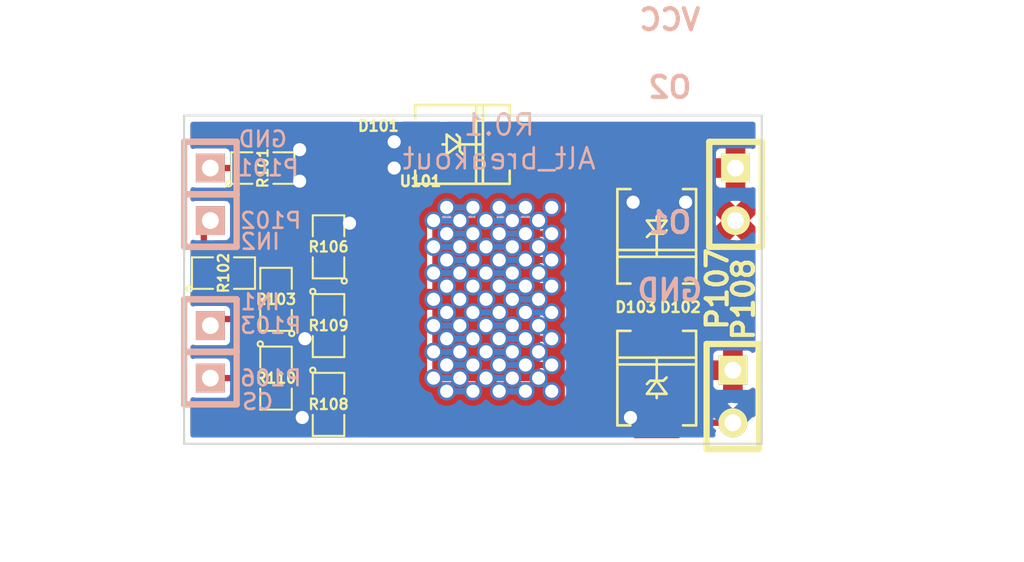
<source format=kicad_pcb>
(kicad_pcb (version 3) (host pcbnew "(2013-07-07 BZR 4022)-stable")

  (general
    (links 37)
    (no_connects 0)
    (area 207.594287 137.16 256.540001 162.941423)
    (thickness 1.6)
    (drawings 12)
    (tracks 207)
    (zones 0)
    (modules 17)
    (nets 13)
  )

  (page A)
  (title_block 
    (title "PowerSSO-24 breakout")
    (rev R0.1)
    (company rusEFI)
  )

  (layers
    (15 F.Cu signal)
    (0 B.Cu signal)
    (16 B.Adhes user)
    (17 F.Adhes user)
    (18 B.Paste user)
    (19 F.Paste user)
    (20 B.SilkS user)
    (21 F.SilkS user)
    (22 B.Mask user)
    (23 F.Mask user)
    (24 Dwgs.User user)
    (25 Cmts.User user)
    (26 Eco1.User user)
    (27 Eco2.User user)
    (28 Edge.Cuts user)
  )

  (setup
    (last_trace_width 0.3048)
    (trace_clearance 0.24892)
    (zone_clearance 0.254)
    (zone_45_only no)
    (trace_min 0.254)
    (segment_width 0.2)
    (edge_width 0.1)
    (via_size 0.889)
    (via_drill 0.635)
    (via_min_size 0.889)
    (via_min_drill 0.508)
    (user_via 0.889 0.635)
    (user_via 1.54178 1.18618)
    (uvia_size 0.508)
    (uvia_drill 0.127)
    (uvias_allowed no)
    (uvia_min_size 0.508)
    (uvia_min_drill 0.127)
    (pcb_text_width 0.3)
    (pcb_text_size 1.5 1.5)
    (mod_edge_width 0.15)
    (mod_text_size 1 1)
    (mod_text_width 0.15)
    (pad_size 1.5 1.5)
    (pad_drill 0.6)
    (pad_to_mask_clearance 0)
    (aux_axis_origin 0 0)
    (visible_elements 7FFFFB3F)
    (pcbplotparams
      (layerselection 3178497)
      (usegerberextensions true)
      (excludeedgelayer true)
      (linewidth 0.150000)
      (plotframeref false)
      (viasonmask false)
      (mode 1)
      (useauxorigin false)
      (hpglpennumber 1)
      (hpglpenspeed 20)
      (hpglpendiameter 15)
      (hpglpenoverlay 2)
      (psnegative false)
      (psa4output false)
      (plotreference true)
      (plotvalue true)
      (plotothertext true)
      (plotinvisibletext false)
      (padsonsilk false)
      (subtractmaskfromsilk false)
      (outputformat 1)
      (mirror false)
      (drillshape 0)
      (scaleselection 1)
      (outputdirectory ""))
  )

  (net 0 "")
  (net 1 /CS_DIS)
  (net 2 /I1)
  (net 3 /I2)
  (net 4 /IN1)
  (net 5 /IN2)
  (net 6 /O1)
  (net 7 /O2)
  (net 8 /VCC)
  (net 9 GND)
  (net 10 N-000001)
  (net 11 N-000003)
  (net 12 N-000004)

  (net_class Default "This is the default net class."
    (clearance 0.24892)
    (trace_width 0.3048)
    (via_dia 0.889)
    (via_drill 0.635)
    (uvia_dia 0.508)
    (uvia_drill 0.127)
    (add_net "")
    (add_net /CS_DIS)
    (add_net /I1)
    (add_net /I2)
    (add_net /IN1)
    (add_net /IN2)
    (add_net /O1)
    (add_net /O2)
    (add_net /VCC)
    (add_net GND)
    (add_net N-000001)
    (add_net N-000003)
    (add_net N-000004)
  )

  (net_class FAT ""
    (clearance 1.7526)
    (trace_width 2.54)
    (via_dia 0.889)
    (via_drill 0.635)
    (uvia_dia 0.508)
    (uvia_drill 0.127)
  )

  (net_class MIN ""
    (clearance 2.54)
    (trace_width 0.3048)
    (via_dia 0.889)
    (via_drill 0.635)
    (uvia_dia 0.508)
    (uvia_drill 0.127)
  )

  (module SIL-1 (layer B.Cu) (tedit 54A882CD) (tstamp 54A84B00)
    (at 217.17 151.13)
    (descr "Connecteurs 1 pin")
    (tags "CONN DEV")
    (path /54A83628)
    (fp_text reference P103 (at 2.921 0) (layer B.SilkS)
      (effects (font (size 0.762 0.762) (thickness 0.127)) (justify mirror))
    )
    (fp_text value CONN_1 (at 0 2.54) (layer B.SilkS) hide
      (effects (font (size 1.524 1.016) (thickness 0.254)) (justify mirror))
    )
    (fp_line (start -1.27 -1.27) (end 1.27 -1.27) (layer B.SilkS) (width 0.3175))
    (fp_line (start -1.27 1.27) (end 1.27 1.27) (layer B.SilkS) (width 0.3175))
    (fp_line (start -1.27 -1.27) (end -1.27 1.27) (layer B.SilkS) (width 0.3048))
    (fp_line (start 1.27 1.27) (end 1.27 -1.27) (layer B.SilkS) (width 0.3048))
    (pad 1 thru_hole rect (at 0 0) (size 1.397 1.397) (drill 0.8128)
      (layers *.Cu *.Mask B.SilkS)
      (net 11 N-000003)
    )
  )

  (module SIL-1 (layer B.Cu) (tedit 54A882D4) (tstamp 54A84B12)
    (at 217.17 153.67)
    (descr "Connecteurs 1 pin")
    (tags "CONN DEV")
    (path /54A83634)
    (fp_text reference P106 (at 2.921 0) (layer B.SilkS)
      (effects (font (size 0.762 0.762) (thickness 0.127)) (justify mirror))
    )
    (fp_text value CONN_1 (at 0 2.54) (layer B.SilkS) hide
      (effects (font (size 1.524 1.016) (thickness 0.254)) (justify mirror))
    )
    (fp_line (start -1.27 -1.27) (end 1.27 -1.27) (layer B.SilkS) (width 0.3175))
    (fp_line (start -1.27 1.27) (end 1.27 1.27) (layer B.SilkS) (width 0.3175))
    (fp_line (start -1.27 -1.27) (end -1.27 1.27) (layer B.SilkS) (width 0.3048))
    (fp_line (start 1.27 1.27) (end 1.27 -1.27) (layer B.SilkS) (width 0.3048))
    (pad 1 thru_hole rect (at 0 0) (size 1.397 1.397) (drill 0.8128)
      (layers *.Cu *.Mask B.SilkS)
      (net 1 /CS_DIS)
    )
  )

  (module SIL-1 (layer B.Cu) (tedit 54A882E1) (tstamp 54A84B24)
    (at 217.17 143.51)
    (descr "Connecteurs 1 pin")
    (tags "CONN DEV")
    (path /544A1CD8)
    (fp_text reference P101 (at 2.794 0) (layer B.SilkS)
      (effects (font (size 0.762 0.762) (thickness 0.127)) (justify mirror))
    )
    (fp_text value CONN_1 (at 0 2.54) (layer B.SilkS) hide
      (effects (font (size 1.524 1.016) (thickness 0.254)) (justify mirror))
    )
    (fp_line (start -1.27 -1.27) (end 1.27 -1.27) (layer B.SilkS) (width 0.3175))
    (fp_line (start -1.27 1.27) (end 1.27 1.27) (layer B.SilkS) (width 0.3175))
    (fp_line (start -1.27 -1.27) (end -1.27 1.27) (layer B.SilkS) (width 0.3048))
    (fp_line (start 1.27 1.27) (end 1.27 -1.27) (layer B.SilkS) (width 0.3048))
    (pad 1 thru_hole rect (at 0 0) (size 1.397 1.397) (drill 0.8128)
      (layers *.Cu *.Mask B.SilkS)
      (net 10 N-000001)
    )
  )

  (module SIL-1 (layer B.Cu) (tedit 54A882CA) (tstamp 54A84B2D)
    (at 217.17 146.05)
    (descr "Connecteurs 1 pin")
    (tags "CONN DEV")
    (path /544A1CBF)
    (fp_text reference P102 (at 2.921 0) (layer B.SilkS)
      (effects (font (size 0.762 0.762) (thickness 0.127)) (justify mirror))
    )
    (fp_text value CONN_1 (at 0 2.54) (layer B.SilkS) hide
      (effects (font (size 1.524 1.016) (thickness 0.254)) (justify mirror))
    )
    (fp_line (start -1.27 -1.27) (end 1.27 -1.27) (layer B.SilkS) (width 0.3175))
    (fp_line (start -1.27 1.27) (end 1.27 1.27) (layer B.SilkS) (width 0.3175))
    (fp_line (start -1.27 -1.27) (end -1.27 1.27) (layer B.SilkS) (width 0.3048))
    (fp_line (start 1.27 1.27) (end 1.27 -1.27) (layer B.SilkS) (width 0.3048))
    (pad 1 thru_hole rect (at 0 0) (size 1.397 1.397) (drill 0.8128)
      (layers *.Cu *.Mask B.SilkS)
      (net 12 N-000004)
    )
  )

  (module "DO-214AA(SMB)" (layer F.Cu) (tedit 54A88491) (tstamp 54A8B128)
    (at 238.76 146.812 270)
    (descr "DO-214AA (SMB)  PACKAGE.")
    (tags "DO-214AA SMB")
    (path /54A84930)
    (attr smd)
    (fp_text reference D102 (at 3.429 -1.143 360) (layer F.SilkS)
      (effects (font (size 0.508 0.508) (thickness 0.11938)))
    )
    (fp_text value "P6SMB36AT3G " (at 0 2.79908 270) (layer F.SilkS) hide
      (effects (font (size 1.00076 1.00076) (thickness 0.11938)))
    )
    (fp_line (start -0.762 0) (end -0.9652 0) (layer F.SilkS) (width 0.127))
    (fp_line (start -2.286 -1.905) (end 2.286 -1.905) (layer F.SilkS) (width 0.127))
    (fp_line (start 2.286 -1.905) (end 2.286 -1.27) (layer F.SilkS) (width 0.127))
    (fp_line (start 0.6604 1.905) (end 0.6604 -1.905) (layer F.SilkS) (width 0.127))
    (fp_line (start 0.9906 1.905) (end 0.9906 -1.905) (layer F.SilkS) (width 0.127))
    (fp_line (start -2.286 1.27) (end -2.286 1.905) (layer F.SilkS) (width 0.127))
    (fp_line (start -2.286 1.905) (end 2.286 1.905) (layer F.SilkS) (width 0.127))
    (fp_line (start 2.286 1.905) (end 2.286 1.27) (layer F.SilkS) (width 0.127))
    (fp_line (start -2.286 -1.27) (end -2.286 -1.905) (layer F.SilkS) (width 0.127))
    (fp_line (start -0.127 0) (end -0.762 -0.47498) (layer F.SilkS) (width 0.127))
    (fp_line (start -0.762 -0.47498) (end -0.762 0) (layer F.SilkS) (width 0.127))
    (fp_line (start -0.762 0) (end -0.762 0.47498) (layer F.SilkS) (width 0.127))
    (fp_line (start -0.762 0.47498) (end -0.127 0) (layer F.SilkS) (width 0.127))
    (fp_line (start -0.127 0) (end -0.127 -0.3175) (layer F.SilkS) (width 0.127))
    (fp_line (start -0.127 -0.3175) (end -0.28448 -0.47498) (layer F.SilkS) (width 0.127))
    (fp_line (start -0.127 0) (end -0.127 0.3175) (layer F.SilkS) (width 0.127))
    (fp_line (start -0.127 0.3175) (end 0.03048 0.47498) (layer F.SilkS) (width 0.127))
    (fp_line (start -0.127 0) (end 0.98298 0) (layer F.SilkS) (width 0.127))
    (pad 1 smd rect (at -2.0066 0 270) (size 1.80086 2.19964)
      (layers F.Cu F.Paste F.Mask)
      (net 9 GND)
    )
    (pad 2 smd rect (at 2.0066 0 270) (size 1.80086 2.19964)
      (layers F.Cu F.Paste F.Mask)
      (net 7 /O2)
    )
    (model smd/do214.wrl
      (at (xyz 0 0 0))
      (scale (xyz 1 1 1))
      (rotate (xyz 0 0 0))
    )
  )

  (module "DO-214AA(SMB)" (layer F.Cu) (tedit 54A8848B) (tstamp 54A8B140)
    (at 238.76 153.67 90)
    (descr "DO-214AA (SMB)  PACKAGE.")
    (tags "DO-214AA SMB")
    (path /54A84995)
    (attr smd)
    (fp_text reference D103 (at 3.429 -1.016 180) (layer F.SilkS)
      (effects (font (size 0.508 0.508) (thickness 0.11938)))
    )
    (fp_text value "P6SMB36AT3G " (at 0 2.79908 90) (layer F.SilkS) hide
      (effects (font (size 1.00076 1.00076) (thickness 0.11938)))
    )
    (fp_line (start -0.762 0) (end -0.9652 0) (layer F.SilkS) (width 0.127))
    (fp_line (start -2.286 -1.905) (end 2.286 -1.905) (layer F.SilkS) (width 0.127))
    (fp_line (start 2.286 -1.905) (end 2.286 -1.27) (layer F.SilkS) (width 0.127))
    (fp_line (start 0.6604 1.905) (end 0.6604 -1.905) (layer F.SilkS) (width 0.127))
    (fp_line (start 0.9906 1.905) (end 0.9906 -1.905) (layer F.SilkS) (width 0.127))
    (fp_line (start -2.286 1.27) (end -2.286 1.905) (layer F.SilkS) (width 0.127))
    (fp_line (start -2.286 1.905) (end 2.286 1.905) (layer F.SilkS) (width 0.127))
    (fp_line (start 2.286 1.905) (end 2.286 1.27) (layer F.SilkS) (width 0.127))
    (fp_line (start -2.286 -1.27) (end -2.286 -1.905) (layer F.SilkS) (width 0.127))
    (fp_line (start -0.127 0) (end -0.762 -0.47498) (layer F.SilkS) (width 0.127))
    (fp_line (start -0.762 -0.47498) (end -0.762 0) (layer F.SilkS) (width 0.127))
    (fp_line (start -0.762 0) (end -0.762 0.47498) (layer F.SilkS) (width 0.127))
    (fp_line (start -0.762 0.47498) (end -0.127 0) (layer F.SilkS) (width 0.127))
    (fp_line (start -0.127 0) (end -0.127 -0.3175) (layer F.SilkS) (width 0.127))
    (fp_line (start -0.127 -0.3175) (end -0.28448 -0.47498) (layer F.SilkS) (width 0.127))
    (fp_line (start -0.127 0) (end -0.127 0.3175) (layer F.SilkS) (width 0.127))
    (fp_line (start -0.127 0.3175) (end 0.03048 0.47498) (layer F.SilkS) (width 0.127))
    (fp_line (start -0.127 0) (end 0.98298 0) (layer F.SilkS) (width 0.127))
    (pad 1 smd rect (at -2.0066 0 90) (size 1.80086 2.19964)
      (layers F.Cu F.Paste F.Mask)
      (net 9 GND)
    )
    (pad 2 smd rect (at 2.0066 0 90) (size 1.80086 2.19964)
      (layers F.Cu F.Paste F.Mask)
      (net 6 /O1)
    )
    (model smd/do214.wrl
      (at (xyz 0 0 0))
      (scale (xyz 1 1 1))
      (rotate (xyz 0 0 0))
    )
  )

  (module "DO-214AA(SMB)" (layer F.Cu) (tedit 54A880EB) (tstamp 54A8B158)
    (at 229.362 142.367)
    (descr "DO-214AA (SMB)  PACKAGE.")
    (tags "DO-214AA SMB")
    (path /54A84AB3)
    (attr smd)
    (fp_text reference D101 (at -4.064 -0.889) (layer F.SilkS)
      (effects (font (size 0.508 0.508) (thickness 0.11938)))
    )
    (fp_text value "P6SMB36AT3G " (at 0 2.79908) (layer F.SilkS) hide
      (effects (font (size 1.00076 1.00076) (thickness 0.11938)))
    )
    (fp_line (start -0.762 0) (end -0.9652 0) (layer F.SilkS) (width 0.127))
    (fp_line (start -2.286 -1.905) (end 2.286 -1.905) (layer F.SilkS) (width 0.127))
    (fp_line (start 2.286 -1.905) (end 2.286 -1.27) (layer F.SilkS) (width 0.127))
    (fp_line (start 0.6604 1.905) (end 0.6604 -1.905) (layer F.SilkS) (width 0.127))
    (fp_line (start 0.9906 1.905) (end 0.9906 -1.905) (layer F.SilkS) (width 0.127))
    (fp_line (start -2.286 1.27) (end -2.286 1.905) (layer F.SilkS) (width 0.127))
    (fp_line (start -2.286 1.905) (end 2.286 1.905) (layer F.SilkS) (width 0.127))
    (fp_line (start 2.286 1.905) (end 2.286 1.27) (layer F.SilkS) (width 0.127))
    (fp_line (start -2.286 -1.27) (end -2.286 -1.905) (layer F.SilkS) (width 0.127))
    (fp_line (start -0.127 0) (end -0.762 -0.47498) (layer F.SilkS) (width 0.127))
    (fp_line (start -0.762 -0.47498) (end -0.762 0) (layer F.SilkS) (width 0.127))
    (fp_line (start -0.762 0) (end -0.762 0.47498) (layer F.SilkS) (width 0.127))
    (fp_line (start -0.762 0.47498) (end -0.127 0) (layer F.SilkS) (width 0.127))
    (fp_line (start -0.127 0) (end -0.127 -0.3175) (layer F.SilkS) (width 0.127))
    (fp_line (start -0.127 -0.3175) (end -0.28448 -0.47498) (layer F.SilkS) (width 0.127))
    (fp_line (start -0.127 0) (end -0.127 0.3175) (layer F.SilkS) (width 0.127))
    (fp_line (start -0.127 0.3175) (end 0.03048 0.47498) (layer F.SilkS) (width 0.127))
    (fp_line (start -0.127 0) (end 0.98298 0) (layer F.SilkS) (width 0.127))
    (pad 1 smd rect (at -2.0066 0) (size 1.80086 2.19964)
      (layers F.Cu F.Paste F.Mask)
      (net 9 GND)
    )
    (pad 2 smd rect (at 2.0066 0) (size 1.80086 2.19964)
      (layers F.Cu F.Paste F.Mask)
      (net 8 /VCC)
    )
    (model smd/do214.wrl
      (at (xyz 0 0 0))
      (scale (xyz 1 1 1))
      (rotate (xyz 0 0 0))
    )
  )

  (module PowerSSO-24 (layer F.Cu) (tedit 54A853E9) (tstamp 54A8B17A)
    (at 230.505 149.86)
    (path /54A834D0)
    (fp_text reference U101 (at -3.175 -5.715) (layer F.SilkS)
      (effects (font (size 0.508 0.508) (thickness 0.127)))
    )
    (fp_text value VND5E025AKTR (at 0 0.7) (layer F.SilkS) hide
      (effects (font (size 0.3 0.3) (thickness 0.075)))
    )
    (fp_circle (center -3.1 -4.5) (end -2.9 -4.3) (layer Eco2.User) (width 0.15))
    (fp_line (start -3.8 -5.2) (end 3.8 -5.2) (layer Eco2.User) (width 0.15))
    (fp_line (start 3.8 -5.2) (end 3.8 5.2) (layer Eco2.User) (width 0.15))
    (fp_line (start 3.8 5.2) (end -3.8 5.2) (layer Eco2.User) (width 0.15))
    (fp_line (start -3.8 5.2) (end -3.8 -5.2) (layer Eco2.User) (width 0.15))
    (pad EXP smd rect (at 0 0) (size 5.2 7.5)
      (layers F.Cu F.Paste F.Mask)
      (net 8 /VCC)
    )
    (pad 1 smd rect (at -4.9325 -4.4) (size 1.7 0.55)
      (layers F.Cu F.Paste F.Mask)
      (net 8 /VCC)
    )
    (pad 2 smd rect (at -4.9325 -3.6) (size 1.7 0.55)
      (layers F.Cu F.Paste F.Mask)
      (net 9 GND)
    )
    (pad 3 smd rect (at -4.9325 -2.8) (size 1.7 0.55)
      (layers F.Cu F.Paste F.Mask)
    )
    (pad 4 smd rect (at -4.9325 -2) (size 1.7 0.55)
      (layers F.Cu F.Paste F.Mask)
      (net 5 /IN2)
    )
    (pad 5 smd rect (at -4.9325 -1.2) (size 1.7 0.55)
      (layers F.Cu F.Paste F.Mask)
    )
    (pad 6 smd rect (at -4.9325 -0.4) (size 1.7 0.55)
      (layers F.Cu F.Paste F.Mask)
      (net 4 /IN1)
    )
    (pad 7 smd rect (at -4.9325 0.4) (size 1.7 0.55)
      (layers F.Cu F.Paste F.Mask)
    )
    (pad 8 smd rect (at -4.9325 1.2) (size 1.7 0.55)
      (layers F.Cu F.Paste F.Mask)
      (net 2 /I1)
    )
    (pad 9 smd rect (at -4.9325 2) (size 1.7 0.55)
      (layers F.Cu F.Paste F.Mask)
    )
    (pad 10 smd rect (at -4.9325 2.8) (size 1.7 0.55)
      (layers F.Cu F.Paste F.Mask)
      (net 3 /I2)
    )
    (pad 11 smd rect (at -4.9325 3.6) (size 1.7 0.55)
      (layers F.Cu F.Paste F.Mask)
      (net 1 /CS_DIS)
    )
    (pad 12 smd rect (at -4.9325 4.4) (size 1.7 0.55)
      (layers F.Cu F.Paste F.Mask)
      (net 8 /VCC)
    )
    (pad 13 smd rect (at 4.9325 4.4) (size 1.7 0.55)
      (layers F.Cu F.Paste F.Mask)
      (net 6 /O1)
    )
    (pad 14 smd rect (at 4.9325 3.6) (size 1.7 0.55)
      (layers F.Cu F.Paste F.Mask)
      (net 6 /O1)
    )
    (pad 15 smd rect (at 4.9325 2.8) (size 1.7 0.55)
      (layers F.Cu F.Paste F.Mask)
      (net 6 /O1)
    )
    (pad 16 smd rect (at 4.9325 2) (size 1.7 0.55)
      (layers F.Cu F.Paste F.Mask)
      (net 6 /O1)
    )
    (pad 17 smd rect (at 4.9325 1.2) (size 1.7 0.55)
      (layers F.Cu F.Paste F.Mask)
      (net 6 /O1)
    )
    (pad 18 smd rect (at 4.9325 0.4) (size 1.7 0.55)
      (layers F.Cu F.Paste F.Mask)
      (net 6 /O1)
    )
    (pad 19 smd rect (at 4.9325 -0.4) (size 1.7 0.55)
      (layers F.Cu F.Paste F.Mask)
      (net 7 /O2)
    )
    (pad 20 smd rect (at 4.9325 -1.2) (size 1.7 0.55)
      (layers F.Cu F.Paste F.Mask)
      (net 7 /O2)
    )
    (pad 21 smd rect (at 4.9325 -2) (size 1.7 0.55)
      (layers F.Cu F.Paste F.Mask)
      (net 7 /O2)
    )
    (pad 22 smd rect (at 4.9325 -2.8) (size 1.7 0.55)
      (layers F.Cu F.Paste F.Mask)
      (net 7 /O2)
    )
    (pad 23 smd rect (at 4.9325 -3.6) (size 1.7 0.55)
      (layers F.Cu F.Paste F.Mask)
      (net 7 /O2)
    )
    (pad 24 smd rect (at 4.9325 -4.4) (size 1.7 0.55)
      (layers F.Cu F.Paste F.Mask)
      (net 7 /O2)
    )
  )

  (module SM0805 (layer F.Cu) (tedit 54A87E7A) (tstamp 54A84A4D)
    (at 219.71 143.51)
    (path /54A84508)
    (attr smd)
    (fp_text reference R101 (at 0 0 90) (layer F.SilkS)
      (effects (font (size 0.50038 0.50038) (thickness 0.10922)))
    )
    (fp_text value TBD (at 0 0.381) (layer F.SilkS) hide
      (effects (font (size 0.50038 0.50038) (thickness 0.10922)))
    )
    (fp_circle (center -1.651 0.762) (end -1.651 0.635) (layer F.SilkS) (width 0.09906))
    (fp_line (start -0.508 0.762) (end -1.524 0.762) (layer F.SilkS) (width 0.09906))
    (fp_line (start -1.524 0.762) (end -1.524 -0.762) (layer F.SilkS) (width 0.09906))
    (fp_line (start -1.524 -0.762) (end -0.508 -0.762) (layer F.SilkS) (width 0.09906))
    (fp_line (start 0.508 -0.762) (end 1.524 -0.762) (layer F.SilkS) (width 0.09906))
    (fp_line (start 1.524 -0.762) (end 1.524 0.762) (layer F.SilkS) (width 0.09906))
    (fp_line (start 1.524 0.762) (end 0.508 0.762) (layer F.SilkS) (width 0.09906))
    (pad 1 smd rect (at -0.9525 0) (size 0.889 1.397)
      (layers F.Cu F.Paste F.Mask)
      (net 10 N-000001)
    )
    (pad 2 smd rect (at 0.9525 0) (size 0.889 1.397)
      (layers F.Cu F.Paste F.Mask)
      (net 9 GND)
    )
    (model smd/chip_cms.wrl
      (at (xyz 0 0 0))
      (scale (xyz 0.1 0.1 0.1))
      (rotate (xyz 0 0 0))
    )
  )

  (module SM0805 (layer F.Cu) (tedit 54A87E85) (tstamp 54A84A80)
    (at 220.345 149.86 90)
    (path /54A83A6D)
    (attr smd)
    (fp_text reference R103 (at 0 0 180) (layer F.SilkS)
      (effects (font (size 0.50038 0.50038) (thickness 0.10922)))
    )
    (fp_text value 10K (at 0 0.381 90) (layer F.SilkS) hide
      (effects (font (size 0.50038 0.50038) (thickness 0.10922)))
    )
    (fp_circle (center -1.651 0.762) (end -1.651 0.635) (layer F.SilkS) (width 0.09906))
    (fp_line (start -0.508 0.762) (end -1.524 0.762) (layer F.SilkS) (width 0.09906))
    (fp_line (start -1.524 0.762) (end -1.524 -0.762) (layer F.SilkS) (width 0.09906))
    (fp_line (start -1.524 -0.762) (end -0.508 -0.762) (layer F.SilkS) (width 0.09906))
    (fp_line (start 0.508 -0.762) (end 1.524 -0.762) (layer F.SilkS) (width 0.09906))
    (fp_line (start 1.524 -0.762) (end 1.524 0.762) (layer F.SilkS) (width 0.09906))
    (fp_line (start 1.524 0.762) (end 0.508 0.762) (layer F.SilkS) (width 0.09906))
    (pad 1 smd rect (at -0.9525 0 90) (size 0.889 1.397)
      (layers F.Cu F.Paste F.Mask)
      (net 11 N-000003)
    )
    (pad 2 smd rect (at 0.9525 0 90) (size 0.889 1.397)
      (layers F.Cu F.Paste F.Mask)
      (net 4 /IN1)
    )
    (model smd/chip_cms.wrl
      (at (xyz 0 0 0))
      (scale (xyz 0.1 0.1 0.1))
      (rotate (xyz 0 0 0))
    )
  )

  (module SM0805 (layer F.Cu) (tedit 54A87E82) (tstamp 54A84A91)
    (at 217.805 148.59)
    (path /54A839FD)
    (attr smd)
    (fp_text reference R102 (at 0 0 90) (layer F.SilkS)
      (effects (font (size 0.50038 0.50038) (thickness 0.10922)))
    )
    (fp_text value 10K (at 0 0.381) (layer F.SilkS) hide
      (effects (font (size 0.50038 0.50038) (thickness 0.10922)))
    )
    (fp_circle (center -1.651 0.762) (end -1.651 0.635) (layer F.SilkS) (width 0.09906))
    (fp_line (start -0.508 0.762) (end -1.524 0.762) (layer F.SilkS) (width 0.09906))
    (fp_line (start -1.524 0.762) (end -1.524 -0.762) (layer F.SilkS) (width 0.09906))
    (fp_line (start -1.524 -0.762) (end -0.508 -0.762) (layer F.SilkS) (width 0.09906))
    (fp_line (start 0.508 -0.762) (end 1.524 -0.762) (layer F.SilkS) (width 0.09906))
    (fp_line (start 1.524 -0.762) (end 1.524 0.762) (layer F.SilkS) (width 0.09906))
    (fp_line (start 1.524 0.762) (end 0.508 0.762) (layer F.SilkS) (width 0.09906))
    (pad 1 smd rect (at -0.9525 0) (size 0.889 1.397)
      (layers F.Cu F.Paste F.Mask)
      (net 12 N-000004)
    )
    (pad 2 smd rect (at 0.9525 0) (size 0.889 1.397)
      (layers F.Cu F.Paste F.Mask)
      (net 5 /IN2)
    )
    (model smd/chip_cms.wrl
      (at (xyz 0 0 0))
      (scale (xyz 0.1 0.1 0.1))
      (rotate (xyz 0 0 0))
    )
  )

  (module SM0805 (layer F.Cu) (tedit 54A87E8E) (tstamp 54A84AB3)
    (at 222.885 154.94 270)
    (path /54A835CC)
    (attr smd)
    (fp_text reference R108 (at 0 0 360) (layer F.SilkS)
      (effects (font (size 0.50038 0.50038) (thickness 0.10922)))
    )
    (fp_text value 10K (at 0 0.381 270) (layer F.SilkS) hide
      (effects (font (size 0.50038 0.50038) (thickness 0.10922)))
    )
    (fp_circle (center -1.651 0.762) (end -1.651 0.635) (layer F.SilkS) (width 0.09906))
    (fp_line (start -0.508 0.762) (end -1.524 0.762) (layer F.SilkS) (width 0.09906))
    (fp_line (start -1.524 0.762) (end -1.524 -0.762) (layer F.SilkS) (width 0.09906))
    (fp_line (start -1.524 -0.762) (end -0.508 -0.762) (layer F.SilkS) (width 0.09906))
    (fp_line (start 0.508 -0.762) (end 1.524 -0.762) (layer F.SilkS) (width 0.09906))
    (fp_line (start 1.524 -0.762) (end 1.524 0.762) (layer F.SilkS) (width 0.09906))
    (fp_line (start 1.524 0.762) (end 0.508 0.762) (layer F.SilkS) (width 0.09906))
    (pad 1 smd rect (at -0.9525 0 270) (size 0.889 1.397)
      (layers F.Cu F.Paste F.Mask)
      (net 1 /CS_DIS)
    )
    (pad 2 smd rect (at 0.9525 0 270) (size 0.889 1.397)
      (layers F.Cu F.Paste F.Mask)
      (net 9 GND)
    )
    (model smd/chip_cms.wrl
      (at (xyz 0 0 0))
      (scale (xyz 0.1 0.1 0.1))
      (rotate (xyz 0 0 0))
    )
  )

  (module SM0805 (layer F.Cu) (tedit 54A87E8B) (tstamp 54A84AC4)
    (at 220.345 153.67 270)
    (path /54A835C6)
    (attr smd)
    (fp_text reference R110 (at 0 0 360) (layer F.SilkS)
      (effects (font (size 0.50038 0.50038) (thickness 0.10922)))
    )
    (fp_text value 1K (at 0 0.381 270) (layer F.SilkS) hide
      (effects (font (size 0.50038 0.50038) (thickness 0.10922)))
    )
    (fp_circle (center -1.651 0.762) (end -1.651 0.635) (layer F.SilkS) (width 0.09906))
    (fp_line (start -0.508 0.762) (end -1.524 0.762) (layer F.SilkS) (width 0.09906))
    (fp_line (start -1.524 0.762) (end -1.524 -0.762) (layer F.SilkS) (width 0.09906))
    (fp_line (start -1.524 -0.762) (end -0.508 -0.762) (layer F.SilkS) (width 0.09906))
    (fp_line (start 0.508 -0.762) (end 1.524 -0.762) (layer F.SilkS) (width 0.09906))
    (fp_line (start 1.524 -0.762) (end 1.524 0.762) (layer F.SilkS) (width 0.09906))
    (fp_line (start 1.524 0.762) (end 0.508 0.762) (layer F.SilkS) (width 0.09906))
    (pad 1 smd rect (at -0.9525 0 270) (size 0.889 1.397)
      (layers F.Cu F.Paste F.Mask)
      (net 3 /I2)
    )
    (pad 2 smd rect (at 0.9525 0 270) (size 0.889 1.397)
      (layers F.Cu F.Paste F.Mask)
      (net 9 GND)
    )
    (model smd/chip_cms.wrl
      (at (xyz 0 0 0))
      (scale (xyz 0.1 0.1 0.1))
      (rotate (xyz 0 0 0))
    )
  )

  (module SM0805 (layer F.Cu) (tedit 54A87E88) (tstamp 54A84AD5)
    (at 222.885 151.13 270)
    (path /54A835C0)
    (attr smd)
    (fp_text reference R109 (at 0 0 360) (layer F.SilkS)
      (effects (font (size 0.50038 0.50038) (thickness 0.10922)))
    )
    (fp_text value 1K (at 0 0.381 270) (layer F.SilkS) hide
      (effects (font (size 0.50038 0.50038) (thickness 0.10922)))
    )
    (fp_circle (center -1.651 0.762) (end -1.651 0.635) (layer F.SilkS) (width 0.09906))
    (fp_line (start -0.508 0.762) (end -1.524 0.762) (layer F.SilkS) (width 0.09906))
    (fp_line (start -1.524 0.762) (end -1.524 -0.762) (layer F.SilkS) (width 0.09906))
    (fp_line (start -1.524 -0.762) (end -0.508 -0.762) (layer F.SilkS) (width 0.09906))
    (fp_line (start 0.508 -0.762) (end 1.524 -0.762) (layer F.SilkS) (width 0.09906))
    (fp_line (start 1.524 -0.762) (end 1.524 0.762) (layer F.SilkS) (width 0.09906))
    (fp_line (start 1.524 0.762) (end 0.508 0.762) (layer F.SilkS) (width 0.09906))
    (pad 1 smd rect (at -0.9525 0 270) (size 0.889 1.397)
      (layers F.Cu F.Paste F.Mask)
      (net 2 /I1)
    )
    (pad 2 smd rect (at 0.9525 0 270) (size 0.889 1.397)
      (layers F.Cu F.Paste F.Mask)
      (net 9 GND)
    )
    (model smd/chip_cms.wrl
      (at (xyz 0 0 0))
      (scale (xyz 0.1 0.1 0.1))
      (rotate (xyz 0 0 0))
    )
  )

  (module SM0805 (layer F.Cu) (tedit 54A87E7F) (tstamp 54A84AE6)
    (at 222.885 147.32 90)
    (path /54A835BA)
    (attr smd)
    (fp_text reference R106 (at 0 0 180) (layer F.SilkS)
      (effects (font (size 0.50038 0.50038) (thickness 0.10922)))
    )
    (fp_text value 10K (at 0 0.381 90) (layer F.SilkS) hide
      (effects (font (size 0.50038 0.50038) (thickness 0.10922)))
    )
    (fp_circle (center -1.651 0.762) (end -1.651 0.635) (layer F.SilkS) (width 0.09906))
    (fp_line (start -0.508 0.762) (end -1.524 0.762) (layer F.SilkS) (width 0.09906))
    (fp_line (start -1.524 0.762) (end -1.524 -0.762) (layer F.SilkS) (width 0.09906))
    (fp_line (start -1.524 -0.762) (end -0.508 -0.762) (layer F.SilkS) (width 0.09906))
    (fp_line (start 0.508 -0.762) (end 1.524 -0.762) (layer F.SilkS) (width 0.09906))
    (fp_line (start 1.524 -0.762) (end 1.524 0.762) (layer F.SilkS) (width 0.09906))
    (fp_line (start 1.524 0.762) (end 0.508 0.762) (layer F.SilkS) (width 0.09906))
    (pad 1 smd rect (at -0.9525 0 90) (size 0.889 1.397)
      (layers F.Cu F.Paste F.Mask)
      (net 5 /IN2)
    )
    (pad 2 smd rect (at 0.9525 0 90) (size 0.889 1.397)
      (layers F.Cu F.Paste F.Mask)
      (net 9 GND)
    )
    (model smd/chip_cms.wrl
      (at (xyz 0 0 0))
      (scale (xyz 0.1 0.1 0.1))
      (rotate (xyz 0 0 0))
    )
  )

  (module SIL-2 (layer F.Cu) (tedit 54A88496) (tstamp 54A84B84)
    (at 242.443 154.559 270)
    (descr "Connecteurs 2 pins")
    (tags "CONN DEV")
    (path /5449A1BA)
    (fp_text reference P108 (at -4.699 -0.508 270) (layer F.SilkS)
      (effects (font (size 1.016 1.016) (thickness 0.2032)))
    )
    (fp_text value CONN_2 (at 0 -2.54 270) (layer F.SilkS) hide
      (effects (font (size 1.524 1.016) (thickness 0.3048)))
    )
    (fp_line (start -2.54 1.27) (end -2.54 -1.27) (layer F.SilkS) (width 0.3048))
    (fp_line (start -2.54 -1.27) (end 2.54 -1.27) (layer F.SilkS) (width 0.3048))
    (fp_line (start 2.54 -1.27) (end 2.54 1.27) (layer F.SilkS) (width 0.3048))
    (fp_line (start 2.54 1.27) (end -2.54 1.27) (layer F.SilkS) (width 0.3048))
    (pad 1 thru_hole rect (at -1.27 0 270) (size 1.397 1.397) (drill 0.8128)
      (layers *.Cu *.Mask F.SilkS)
      (net 6 /O1)
    )
    (pad 2 thru_hole circle (at 1.27 0 270) (size 1.397 1.397) (drill 0.8128)
      (layers *.Cu *.Mask F.SilkS)
      (net 9 GND)
    )
  )

  (module SIL-2 (layer F.Cu) (tedit 54A884A1) (tstamp 54A84BDB)
    (at 242.57 144.78 270)
    (descr "Connecteurs 2 pins")
    (tags "CONN DEV")
    (path /54A83544)
    (fp_text reference P107 (at 4.572 0.889 270) (layer F.SilkS)
      (effects (font (size 1.016 1.016) (thickness 0.2032)))
    )
    (fp_text value CONN_2 (at 0 -2.54 270) (layer F.SilkS) hide
      (effects (font (size 1.524 1.016) (thickness 0.3048)))
    )
    (fp_line (start -2.54 1.27) (end -2.54 -1.27) (layer F.SilkS) (width 0.3048))
    (fp_line (start -2.54 -1.27) (end 2.54 -1.27) (layer F.SilkS) (width 0.3048))
    (fp_line (start 2.54 -1.27) (end 2.54 1.27) (layer F.SilkS) (width 0.3048))
    (fp_line (start 2.54 1.27) (end -2.54 1.27) (layer F.SilkS) (width 0.3048))
    (pad 1 thru_hole rect (at -1.27 0 270) (size 1.397 1.397) (drill 0.8128)
      (layers *.Cu *.Mask F.SilkS)
      (net 8 /VCC)
    )
    (pad 2 thru_hole circle (at 1.27 0 270) (size 1.397 1.397) (drill 0.8128)
      (layers *.Cu *.Mask F.SilkS)
      (net 7 /O2)
    )
  )

  (gr_text CS (at 219.456 154.813) (layer B.SilkS)
    (effects (font (size 0.762 0.762) (thickness 0.127)) (justify mirror))
  )
  (gr_text GND (at 219.71 142.113) (layer B.SilkS)
    (effects (font (size 0.762 0.762) (thickness 0.127)) (justify mirror))
  )
  (gr_text IN1 (at 219.583 149.987) (layer B.SilkS)
    (effects (font (size 0.762 0.762) (thickness 0.127)) (justify mirror))
  )
  (gr_text IN2 (at 219.583 147.066) (layer B.SilkS)
    (effects (font (size 0.762 0.762) (thickness 0.127)) (justify mirror))
  )
  (dimension 15.875 (width 0.3) (layer Dwgs.User)
    (gr_text "0.6250 in" (at 213.28 148.9075 90) (layer Dwgs.User)
      (effects (font (size 1.5 1.5) (thickness 0.3)))
    )
    (feature1 (pts (xy 215.265 140.97) (xy 211.93 140.97)))
    (feature2 (pts (xy 215.265 156.845) (xy 211.93 156.845)))
    (crossbar (pts (xy 214.63 156.845) (xy 214.63 140.97)))
    (arrow1a (pts (xy 214.63 140.97) (xy 215.21642 142.096503)))
    (arrow1b (pts (xy 214.63 140.97) (xy 214.04358 142.096503)))
    (arrow2a (pts (xy 214.63 156.845) (xy 215.21642 155.718497)))
    (arrow2b (pts (xy 214.63 156.845) (xy 214.04358 155.718497)))
  )
  (dimension 27.94 (width 0.3) (layer Dwgs.User)
    (gr_text "1.1000 in" (at 229.87 160.099999) (layer Dwgs.User)
      (effects (font (size 1.5 1.5) (thickness 0.3)))
    )
    (feature1 (pts (xy 243.84 157.48) (xy 243.84 161.449999)))
    (feature2 (pts (xy 215.9 157.48) (xy 215.9 161.449999)))
    (crossbar (pts (xy 215.9 158.749999) (xy 243.84 158.749999)))
    (arrow1a (pts (xy 243.84 158.749999) (xy 242.713497 159.336419)))
    (arrow1b (pts (xy 243.84 158.749999) (xy 242.713497 158.163579)))
    (arrow2a (pts (xy 215.9 158.749999) (xy 217.026503 159.336419)))
    (arrow2b (pts (xy 215.9 158.749999) (xy 217.026503 158.163579)))
  )
  (gr_line (start 243.84 156.845) (end 243.84 140.97) (angle 90) (layer Edge.Cuts) (width 0.1))
  (gr_line (start 215.9 156.845) (end 215.9 140.97) (angle 90) (layer Edge.Cuts) (width 0.1))
  (gr_line (start 215.9 140.97) (end 243.84 140.97) (angle 90) (layer Edge.Cuts) (width 0.1))
  (gr_line (start 215.9 156.845) (end 243.84 156.845) (angle 90) (layer Edge.Cuts) (width 0.1))
  (gr_text "R0.1\nAlt_breakout" (at 231.14 142.24) (layer B.SilkS)
    (effects (font (size 1.016 1.016) (thickness 0.127)) (justify mirror))
  )
  (gr_text "VCC\n\nO2\n\n\n\nO1\n\nGND" (at 239.395 142.875) (layer B.SilkS)
    (effects (font (size 1.016 1.016) (thickness 0.2032)) (justify mirror))
  )

  (segment (start 225.5725 153.46) (end 224.492 153.46) (width 0.3048) (layer F.Cu) (net 1))
  (segment (start 223.9645 153.9875) (end 222.885 153.9875) (width 0.3048) (layer F.Cu) (net 1) (tstamp 54A88223))
  (segment (start 224.492 153.46) (end 223.9645 153.9875) (width 0.3048) (layer F.Cu) (net 1) (tstamp 54A88220))
  (segment (start 217.17 153.67) (end 222.5675 153.67) (width 0.3048) (layer F.Cu) (net 1))
  (segment (start 222.5675 153.67) (end 222.885 153.9875) (width 0.3048) (layer F.Cu) (net 1) (tstamp 54A881DE))
  (segment (start 225.5725 151.06) (end 223.7675 151.06) (width 0.3048) (layer F.Cu) (net 2))
  (segment (start 223.7675 151.06) (end 222.885 150.1775) (width 0.3048) (layer F.Cu) (net 2) (tstamp 54A8823C))
  (segment (start 225.5725 152.66) (end 224.403 152.66) (width 0.3048) (layer F.Cu) (net 3))
  (segment (start 220.6625 153.035) (end 220.345 152.7175) (width 0.3048) (layer F.Cu) (net 3) (tstamp 54A8822D))
  (segment (start 224.028 153.035) (end 220.6625 153.035) (width 0.3048) (layer F.Cu) (net 3) (tstamp 54A8822C))
  (segment (start 224.403 152.66) (end 224.028 153.035) (width 0.3048) (layer F.Cu) (net 3) (tstamp 54A88229))
  (segment (start 225.5725 149.46) (end 224.263 149.46) (width 0.3048) (layer F.Cu) (net 4))
  (segment (start 220.6625 149.225) (end 220.345 148.9075) (width 0.3048) (layer F.Cu) (net 4) (tstamp 54A8824F))
  (segment (start 224.028 149.225) (end 220.6625 149.225) (width 0.3048) (layer F.Cu) (net 4) (tstamp 54A8824E))
  (segment (start 224.263 149.46) (end 224.028 149.225) (width 0.3048) (layer F.Cu) (net 4) (tstamp 54A8824B))
  (segment (start 225.5725 147.86) (end 219.4875 147.86) (width 0.3048) (layer F.Cu) (net 5))
  (segment (start 219.4875 147.86) (end 218.7575 148.59) (width 0.3048) (layer F.Cu) (net 5) (tstamp 54A8825A))
  (segment (start 225.5725 147.86) (end 223.2975 147.86) (width 0.3048) (layer F.Cu) (net 5))
  (segment (start 223.2975 147.86) (end 222.885 148.2725) (width 0.3048) (layer F.Cu) (net 5) (tstamp 54A88254))
  (via (at 230.505 149.86) (size 0.889) (layers F.Cu B.Cu) (net 8))
  (segment (start 229.87 149.225) (end 230.505 149.86) (width 0.3048) (layer F.Cu) (net 8) (tstamp 54A85C3A))
  (via (at 229.87 149.225) (size 0.889) (layers F.Cu B.Cu) (net 8))
  (segment (start 230.505 149.86) (end 229.87 149.225) (width 0.3048) (layer B.Cu) (net 8) (tstamp 54A85C36))
  (segment (start 229.235 149.86) (end 227.965 151.13) (width 0.3048) (layer F.Cu) (net 8) (tstamp 54A85BD9))
  (via (at 228.6 154.305) (size 0.889) (layers F.Cu B.Cu) (net 8))
  (segment (start 229.87 154.305) (end 228.6 154.305) (width 0.3048) (layer B.Cu) (net 8) (tstamp 54A85C30))
  (via (at 229.87 154.305) (size 0.889) (layers F.Cu B.Cu) (net 8))
  (segment (start 231.14 154.305) (end 229.87 154.305) (width 0.3048) (layer F.Cu) (net 8) (tstamp 54A85C2D))
  (via (at 231.14 154.305) (size 0.889) (layers F.Cu B.Cu) (net 8))
  (segment (start 232.41 154.305) (end 231.14 154.305) (width 0.3048) (layer B.Cu) (net 8) (tstamp 54A85C2A))
  (via (at 232.41 154.305) (size 0.889) (layers F.Cu B.Cu) (net 8))
  (segment (start 233.68 154.305) (end 232.41 154.305) (width 0.3048) (layer F.Cu) (net 8) (tstamp 54A85C27))
  (via (at 233.68 154.305) (size 0.889) (layers F.Cu B.Cu) (net 8))
  (segment (start 233.045 153.67) (end 233.68 154.305) (width 0.3048) (layer B.Cu) (net 8) (tstamp 54A85C24))
  (via (at 233.045 153.67) (size 0.889) (layers F.Cu B.Cu) (net 8))
  (segment (start 231.775 153.67) (end 233.045 153.67) (width 0.3048) (layer F.Cu) (net 8) (tstamp 54A85C21))
  (via (at 231.775 153.67) (size 0.889) (layers F.Cu B.Cu) (net 8))
  (segment (start 230.505 153.67) (end 231.775 153.67) (width 0.3048) (layer B.Cu) (net 8) (tstamp 54A85C1E))
  (via (at 230.505 153.67) (size 0.889) (layers F.Cu B.Cu) (net 8))
  (segment (start 229.235 153.67) (end 230.505 153.67) (width 0.3048) (layer F.Cu) (net 8) (tstamp 54A85C1B))
  (via (at 229.235 153.67) (size 0.889) (layers F.Cu B.Cu) (net 8))
  (segment (start 227.965 153.67) (end 229.235 153.67) (width 0.3048) (layer B.Cu) (net 8) (tstamp 54A85C18))
  (via (at 227.965 153.67) (size 0.889) (layers F.Cu B.Cu) (net 8))
  (segment (start 228.6 153.035) (end 227.965 153.67) (width 0.3048) (layer F.Cu) (net 8) (tstamp 54A85C15))
  (via (at 228.6 153.035) (size 0.889) (layers F.Cu B.Cu) (net 8))
  (segment (start 229.87 153.035) (end 228.6 153.035) (width 0.3048) (layer B.Cu) (net 8) (tstamp 54A85C12))
  (via (at 229.87 153.035) (size 0.889) (layers F.Cu B.Cu) (net 8))
  (segment (start 231.14 153.035) (end 229.87 153.035) (width 0.3048) (layer F.Cu) (net 8) (tstamp 54A85C0F))
  (via (at 231.14 153.035) (size 0.889) (layers F.Cu B.Cu) (net 8))
  (segment (start 232.41 153.035) (end 231.14 153.035) (width 0.3048) (layer B.Cu) (net 8) (tstamp 54A85C0C))
  (via (at 232.41 153.035) (size 0.889) (layers F.Cu B.Cu) (net 8))
  (segment (start 233.68 153.035) (end 232.41 153.035) (width 0.3048) (layer F.Cu) (net 8) (tstamp 54A85C09))
  (via (at 233.68 153.035) (size 0.889) (layers F.Cu B.Cu) (net 8))
  (segment (start 233.045 152.4) (end 233.68 153.035) (width 0.3048) (layer B.Cu) (net 8) (tstamp 54A85C06))
  (via (at 233.045 152.4) (size 0.889) (layers F.Cu B.Cu) (net 8))
  (segment (start 231.775 152.4) (end 233.045 152.4) (width 0.3048) (layer F.Cu) (net 8) (tstamp 54A85C03))
  (via (at 231.775 152.4) (size 0.889) (layers F.Cu B.Cu) (net 8))
  (segment (start 230.505 152.4) (end 231.775 152.4) (width 0.3048) (layer B.Cu) (net 8) (tstamp 54A85C00))
  (via (at 230.505 152.4) (size 0.889) (layers F.Cu B.Cu) (net 8))
  (segment (start 229.235 152.4) (end 230.505 152.4) (width 0.3048) (layer F.Cu) (net 8) (tstamp 54A85BFD))
  (via (at 229.235 152.4) (size 0.889) (layers F.Cu B.Cu) (net 8))
  (segment (start 227.965 152.4) (end 229.235 152.4) (width 0.3048) (layer B.Cu) (net 8) (tstamp 54A85BFA))
  (via (at 227.965 152.4) (size 0.889) (layers F.Cu B.Cu) (net 8))
  (segment (start 228.6 151.765) (end 227.965 152.4) (width 0.3048) (layer F.Cu) (net 8) (tstamp 54A85BF7))
  (via (at 228.6 151.765) (size 0.889) (layers F.Cu B.Cu) (net 8))
  (segment (start 229.87 151.765) (end 228.6 151.765) (width 0.3048) (layer B.Cu) (net 8) (tstamp 54A85BF4))
  (via (at 229.87 151.765) (size 0.889) (layers F.Cu B.Cu) (net 8))
  (segment (start 231.14 151.765) (end 229.87 151.765) (width 0.3048) (layer F.Cu) (net 8) (tstamp 54A85BF1))
  (via (at 231.14 151.765) (size 0.889) (layers F.Cu B.Cu) (net 8))
  (segment (start 232.41 151.765) (end 231.14 151.765) (width 0.3048) (layer B.Cu) (net 8) (tstamp 54A85BEE))
  (via (at 232.41 151.765) (size 0.889) (layers F.Cu B.Cu) (net 8))
  (segment (start 233.68 151.765) (end 232.41 151.765) (width 0.3048) (layer F.Cu) (net 8) (tstamp 54A85BEB))
  (via (at 233.68 151.765) (size 0.889) (layers F.Cu B.Cu) (net 8))
  (segment (start 233.045 151.13) (end 233.68 151.765) (width 0.3048) (layer B.Cu) (net 8) (tstamp 54A85BE8))
  (via (at 233.045 151.13) (size 0.889) (layers F.Cu B.Cu) (net 8))
  (segment (start 231.775 151.13) (end 233.045 151.13) (width 0.3048) (layer F.Cu) (net 8) (tstamp 54A85BE5))
  (via (at 231.775 151.13) (size 0.889) (layers F.Cu B.Cu) (net 8))
  (segment (start 230.505 151.13) (end 231.775 151.13) (width 0.3048) (layer B.Cu) (net 8) (tstamp 54A85BE2))
  (via (at 230.505 151.13) (size 0.889) (layers F.Cu B.Cu) (net 8))
  (segment (start 229.235 151.13) (end 230.505 151.13) (width 0.3048) (layer F.Cu) (net 8) (tstamp 54A85BDF))
  (via (at 229.235 151.13) (size 0.889) (layers F.Cu B.Cu) (net 8))
  (segment (start 227.965 151.13) (end 229.235 151.13) (width 0.3048) (layer B.Cu) (net 8) (tstamp 54A85BDC))
  (via (at 227.965 151.13) (size 0.889) (layers F.Cu B.Cu) (net 8))
  (via (at 233.68 145.415) (size 0.889) (layers F.Cu B.Cu) (net 8))
  (via (at 229.235 149.86) (size 0.889) (layers F.Cu B.Cu) (net 8))
  (segment (start 229.235 149.86) (end 228.6 149.225) (width 0.3048) (layer B.Cu) (net 8) (tstamp 54A85B56))
  (via (at 228.6 149.225) (size 0.889) (layers F.Cu B.Cu) (net 8))
  (segment (start 228.6 149.225) (end 227.965 149.86) (width 0.3048) (layer F.Cu) (net 8) (tstamp 54A85B5B))
  (via (at 227.965 149.86) (size 0.889) (layers F.Cu B.Cu) (net 8))
  (segment (start 227.965 149.86) (end 228.6 150.495) (width 0.3048) (layer B.Cu) (net 8) (tstamp 54A85B5E))
  (via (at 228.6 150.495) (size 0.889) (layers F.Cu B.Cu) (net 8))
  (segment (start 228.6 150.495) (end 229.87 150.495) (width 0.3048) (layer F.Cu) (net 8) (tstamp 54A85B61))
  (via (at 229.87 150.495) (size 0.889) (layers F.Cu B.Cu) (net 8))
  (segment (start 229.87 150.495) (end 231.14 150.495) (width 0.3048) (layer B.Cu) (net 8) (tstamp 54A85B64))
  (via (at 231.14 150.495) (size 0.889) (layers F.Cu B.Cu) (net 8))
  (segment (start 231.14 150.495) (end 232.41 150.495) (width 0.3048) (layer F.Cu) (net 8) (tstamp 54A85B67))
  (via (at 232.41 150.495) (size 0.889) (layers F.Cu B.Cu) (net 8))
  (segment (start 232.41 150.495) (end 233.68 150.495) (width 0.3048) (layer B.Cu) (net 8) (tstamp 54A85B6A))
  (via (at 233.68 150.495) (size 0.889) (layers F.Cu B.Cu) (net 8))
  (segment (start 233.68 150.495) (end 233.045 149.86) (width 0.3048) (layer F.Cu) (net 8) (tstamp 54A85B6D))
  (via (at 233.045 149.86) (size 0.889) (layers F.Cu B.Cu) (net 8))
  (segment (start 233.045 149.86) (end 231.775 149.86) (width 0.3048) (layer B.Cu) (net 8) (tstamp 54A85B70))
  (via (at 231.775 149.86) (size 0.889) (layers F.Cu B.Cu) (net 8))
  (segment (start 231.775 149.86) (end 231.14 149.225) (width 0.3048) (layer F.Cu) (net 8) (tstamp 54A85B73))
  (via (at 231.14 149.225) (size 0.889) (layers F.Cu B.Cu) (net 8))
  (segment (start 231.14 149.225) (end 232.41 149.225) (width 0.3048) (layer B.Cu) (net 8) (tstamp 54A85B76))
  (via (at 232.41 149.225) (size 0.889) (layers F.Cu B.Cu) (net 8))
  (segment (start 232.41 149.225) (end 233.68 149.225) (width 0.3048) (layer F.Cu) (net 8) (tstamp 54A85B79))
  (via (at 233.68 149.225) (size 0.889) (layers F.Cu B.Cu) (net 8))
  (segment (start 233.68 149.225) (end 233.045 148.59) (width 0.3048) (layer B.Cu) (net 8) (tstamp 54A85B7C))
  (via (at 233.045 148.59) (size 0.889) (layers F.Cu B.Cu) (net 8))
  (segment (start 233.045 148.59) (end 231.775 148.59) (width 0.3048) (layer F.Cu) (net 8) (tstamp 54A85B7F))
  (via (at 231.775 148.59) (size 0.889) (layers F.Cu B.Cu) (net 8))
  (segment (start 231.775 148.59) (end 230.505 148.59) (width 0.3048) (layer B.Cu) (net 8) (tstamp 54A85B82))
  (via (at 230.505 148.59) (size 0.889) (layers F.Cu B.Cu) (net 8))
  (segment (start 230.505 148.59) (end 229.235 148.59) (width 0.3048) (layer F.Cu) (net 8) (tstamp 54A85B85))
  (via (at 229.235 148.59) (size 0.889) (layers F.Cu B.Cu) (net 8))
  (segment (start 229.235 148.59) (end 227.965 148.59) (width 0.3048) (layer B.Cu) (net 8) (tstamp 54A85B88))
  (via (at 227.965 148.59) (size 0.889) (layers F.Cu B.Cu) (net 8))
  (segment (start 227.965 148.59) (end 228.6 147.955) (width 0.3048) (layer F.Cu) (net 8) (tstamp 54A85B8B))
  (via (at 228.6 147.955) (size 0.889) (layers F.Cu B.Cu) (net 8))
  (segment (start 228.6 147.955) (end 229.87 147.955) (width 0.3048) (layer B.Cu) (net 8) (tstamp 54A85B8E))
  (via (at 229.87 147.955) (size 0.889) (layers F.Cu B.Cu) (net 8))
  (segment (start 229.87 147.955) (end 231.14 147.955) (width 0.3048) (layer F.Cu) (net 8) (tstamp 54A85B91))
  (via (at 231.14 147.955) (size 0.889) (layers F.Cu B.Cu) (net 8))
  (segment (start 231.14 147.955) (end 232.41 147.955) (width 0.3048) (layer B.Cu) (net 8) (tstamp 54A85B94))
  (via (at 232.41 147.955) (size 0.889) (layers F.Cu B.Cu) (net 8))
  (segment (start 232.41 147.955) (end 233.68 147.955) (width 0.3048) (layer F.Cu) (net 8) (tstamp 54A85B97))
  (via (at 233.68 147.955) (size 0.889) (layers F.Cu B.Cu) (net 8))
  (segment (start 233.68 147.955) (end 233.045 147.32) (width 0.3048) (layer B.Cu) (net 8) (tstamp 54A85B9A))
  (via (at 233.045 147.32) (size 0.889) (layers F.Cu B.Cu) (net 8))
  (segment (start 233.045 147.32) (end 231.775 147.32) (width 0.3048) (layer F.Cu) (net 8) (tstamp 54A85B9D))
  (via (at 231.775 147.32) (size 0.889) (layers F.Cu B.Cu) (net 8))
  (segment (start 231.775 147.32) (end 230.505 147.32) (width 0.3048) (layer B.Cu) (net 8) (tstamp 54A85BA0))
  (via (at 230.505 147.32) (size 0.889) (layers F.Cu B.Cu) (net 8))
  (segment (start 230.505 147.32) (end 229.235 147.32) (width 0.3048) (layer F.Cu) (net 8) (tstamp 54A85BA3))
  (via (at 229.235 147.32) (size 0.889) (layers F.Cu B.Cu) (net 8))
  (segment (start 229.235 147.32) (end 227.965 147.32) (width 0.3048) (layer B.Cu) (net 8) (tstamp 54A85BA6))
  (via (at 227.965 147.32) (size 0.889) (layers F.Cu B.Cu) (net 8))
  (segment (start 227.965 147.32) (end 228.6 146.685) (width 0.3048) (layer F.Cu) (net 8) (tstamp 54A85BA9))
  (via (at 228.6 146.685) (size 0.889) (layers F.Cu B.Cu) (net 8))
  (segment (start 228.6 146.685) (end 229.87 146.685) (width 0.3048) (layer B.Cu) (net 8) (tstamp 54A85BAC))
  (via (at 229.87 146.685) (size 0.889) (layers F.Cu B.Cu) (net 8))
  (segment (start 229.87 146.685) (end 231.14 146.685) (width 0.3048) (layer F.Cu) (net 8) (tstamp 54A85BAF))
  (via (at 231.14 146.685) (size 0.889) (layers F.Cu B.Cu) (net 8))
  (segment (start 231.14 146.685) (end 232.41 146.685) (width 0.3048) (layer B.Cu) (net 8) (tstamp 54A85BB2))
  (via (at 232.41 146.685) (size 0.889) (layers F.Cu B.Cu) (net 8))
  (segment (start 232.41 146.685) (end 233.68 146.685) (width 0.3048) (layer F.Cu) (net 8) (tstamp 54A85BB5))
  (via (at 233.68 146.685) (size 0.889) (layers F.Cu B.Cu) (net 8))
  (segment (start 233.68 146.685) (end 233.045 146.05) (width 0.3048) (layer B.Cu) (net 8) (tstamp 54A85BB8))
  (via (at 233.045 146.05) (size 0.889) (layers F.Cu B.Cu) (net 8))
  (segment (start 233.045 146.05) (end 231.775 146.05) (width 0.3048) (layer F.Cu) (net 8) (tstamp 54A85BBB))
  (via (at 231.775 146.05) (size 0.889) (layers F.Cu B.Cu) (net 8))
  (segment (start 231.775 146.05) (end 230.505 146.05) (width 0.3048) (layer B.Cu) (net 8) (tstamp 54A85BBE))
  (via (at 230.505 146.05) (size 0.889) (layers F.Cu B.Cu) (net 8))
  (segment (start 230.505 146.05) (end 229.235 146.05) (width 0.3048) (layer F.Cu) (net 8) (tstamp 54A85BC1))
  (via (at 229.235 146.05) (size 0.889) (layers F.Cu B.Cu) (net 8))
  (segment (start 229.235 146.05) (end 227.965 146.05) (width 0.3048) (layer B.Cu) (net 8) (tstamp 54A85BC4))
  (via (at 227.965 146.05) (size 0.889) (layers F.Cu B.Cu) (net 8))
  (segment (start 227.965 146.05) (end 228.6 145.415) (width 0.3048) (layer F.Cu) (net 8) (tstamp 54A85BC7))
  (via (at 228.6 145.415) (size 0.889) (layers F.Cu B.Cu) (net 8))
  (segment (start 228.6 145.415) (end 229.87 145.415) (width 0.3048) (layer B.Cu) (net 8) (tstamp 54A85BCA))
  (via (at 229.87 145.415) (size 0.889) (layers F.Cu B.Cu) (net 8))
  (segment (start 229.87 145.415) (end 231.14 145.415) (width 0.3048) (layer F.Cu) (net 8) (tstamp 54A85BCD))
  (via (at 231.14 145.415) (size 0.889) (layers F.Cu B.Cu) (net 8))
  (segment (start 231.14 145.415) (end 232.41 145.415) (width 0.3048) (layer B.Cu) (net 8) (tstamp 54A85BD0))
  (via (at 232.41 145.415) (size 0.889) (layers F.Cu B.Cu) (net 8))
  (segment (start 233.68 145.415) (end 232.41 145.415) (width 0.3048) (layer F.Cu) (net 8) (tstamp 54A85BD3))
  (segment (start 238.76 144.8054) (end 237.9726 144.8054) (width 0.3048) (layer F.Cu) (net 9))
  (via (at 237.617 145.161) (size 0.889) (layers F.Cu B.Cu) (net 9))
  (segment (start 237.9726 144.8054) (end 237.617 145.161) (width 0.3048) (layer F.Cu) (net 9) (tstamp 54A884DD))
  (segment (start 238.76 144.8054) (end 239.8014 144.8054) (width 0.3048) (layer F.Cu) (net 9))
  (via (at 240.157 145.161) (size 0.889) (layers F.Cu B.Cu) (net 9))
  (segment (start 239.8014 144.8054) (end 240.157 145.161) (width 0.3048) (layer F.Cu) (net 9) (tstamp 54A884D9))
  (segment (start 242.443 155.829) (end 238.9124 155.829) (width 0.3048) (layer F.Cu) (net 9))
  (segment (start 238.9124 155.829) (end 238.76 155.6766) (width 0.3048) (layer F.Cu) (net 9) (tstamp 54A88405))
  (segment (start 220.6625 143.51) (end 220.6625 143.4465) (width 0.3048) (layer F.Cu) (net 9))
  (via (at 221.488 144.145) (size 0.889) (layers F.Cu B.Cu) (net 9))
  (segment (start 221.488 142.621) (end 221.488 144.145) (width 0.3048) (layer B.Cu) (net 9) (tstamp 54A88274))
  (via (at 221.488 142.621) (size 0.889) (layers F.Cu B.Cu) (net 9))
  (segment (start 220.6625 143.4465) (end 221.488 142.621) (width 0.3048) (layer F.Cu) (net 9) (tstamp 54A8826F))
  (segment (start 222.885 152.0825) (end 222.0595 152.0825) (width 0.3048) (layer F.Cu) (net 9))
  (via (at 221.742 151.765) (size 0.889) (layers F.Cu B.Cu) (net 9))
  (segment (start 222.0595 152.0825) (end 221.742 151.765) (width 0.3048) (layer F.Cu) (net 9) (tstamp 54A88233))
  (segment (start 220.345 154.6225) (end 220.6625 154.6225) (width 0.3048) (layer F.Cu) (net 9))
  (segment (start 221.9325 155.8925) (end 221.615 155.575) (width 0.3048) (layer F.Cu) (net 9) (tstamp 54A881E3))
  (via (at 221.615 155.575) (size 0.889) (layers F.Cu B.Cu) (net 9))
  (segment (start 221.9325 155.8925) (end 222.885 155.8925) (width 0.3048) (layer F.Cu) (net 9))
  (segment (start 220.6625 154.6225) (end 221.615 155.575) (width 0.3048) (layer F.Cu) (net 9) (tstamp 54A881EC))
  (segment (start 226.06 143.51) (end 226.2124 143.51) (width 0.3048) (layer F.Cu) (net 9))
  (segment (start 226.187 142.367) (end 226.06 142.24) (width 0.3048) (layer F.Cu) (net 9) (tstamp 54A881B3))
  (via (at 226.06 142.24) (size 0.889) (layers F.Cu B.Cu) (net 9))
  (segment (start 226.06 142.24) (end 226.06 143.51) (width 0.3048) (layer B.Cu) (net 9) (tstamp 54A881BC))
  (via (at 226.06 143.51) (size 0.889) (layers F.Cu B.Cu) (net 9))
  (segment (start 227.3554 142.367) (end 226.187 142.367) (width 0.3048) (layer F.Cu) (net 9))
  (segment (start 226.2124 143.51) (end 227.3554 142.367) (width 0.3048) (layer F.Cu) (net 9) (tstamp 54A881C4))
  (segment (start 238.76 155.6766) (end 237.5916 155.6766) (width 0.3048) (layer F.Cu) (net 9))
  (via (at 237.49 155.575) (size 0.889) (layers F.Cu B.Cu) (net 9))
  (segment (start 237.5916 155.6766) (end 237.49 155.575) (width 0.3048) (layer F.Cu) (net 9) (tstamp 54A85890))
  (segment (start 225.5725 146.26) (end 223.984 146.26) (width 0.3048) (layer F.Cu) (net 9))
  (via (at 223.901 146.177) (size 0.889) (layers F.Cu B.Cu) (net 9))
  (segment (start 223.984 146.26) (end 223.901 146.177) (width 0.3048) (layer F.Cu) (net 9) (tstamp 54A85743))
  (segment (start 218.7575 143.51) (end 217.17 143.51) (width 0.3048) (layer F.Cu) (net 10))
  (segment (start 220.345 150.8125) (end 217.4875 150.8125) (width 0.3048) (layer F.Cu) (net 11))
  (segment (start 217.4875 150.8125) (end 217.17 151.13) (width 0.3048) (layer F.Cu) (net 11) (tstamp 54A88241))
  (segment (start 216.8525 148.59) (end 216.8525 146.3675) (width 0.3048) (layer F.Cu) (net 12))
  (segment (start 216.8525 146.3675) (end 217.17 146.05) (width 0.3048) (layer F.Cu) (net 12) (tstamp 54A8825E))

  (zone (net 9) (net_name GND) (layer B.Cu) (tstamp 54A8BE42) (hatch edge 0.508)
    (connect_pads (clearance 0.254))
    (min_thickness 0.254)
    (fill (arc_segments 16) (thermal_gap 0.254) (thermal_bridge_width 1.016))
    (polygon
      (pts
        (xy 210.82 139.7) (xy 227.965 139.7) (xy 254 139.7) (xy 254 162.56) (xy 210.82 162.56)
      )
    )
    (filled_polygon
      (pts
        (xy 243.409 155.443462) (xy 243.356609 155.409305) (xy 242.936914 155.829) (xy 242.973506 155.865593) (xy 242.862695 155.976405)
        (xy 242.862695 154.915391) (xy 242.773962 154.779291) (xy 242.347063 154.732542) (xy 242.112038 154.779291) (xy 242.023305 154.915391)
        (xy 242.443 155.335086) (xy 242.862695 154.915391) (xy 242.862695 155.976405) (xy 242.479593 156.359507) (xy 242.443 156.322914)
        (xy 242.406407 156.359507) (xy 241.949086 155.902186) (xy 241.912492 155.865592) (xy 241.949086 155.829) (xy 241.529391 155.409305)
        (xy 241.393291 155.498038) (xy 241.346542 155.924937) (xy 241.393291 156.159962) (xy 241.502208 156.230973) (xy 241.397075 156.336107)
        (xy 241.474967 156.414) (xy 234.505643 156.414) (xy 234.505643 154.141518) (xy 234.380233 153.838002) (xy 234.212434 153.66991)
        (xy 234.379417 153.503219) (xy 234.505357 153.199923) (xy 234.505643 152.871518) (xy 234.380233 152.568002) (xy 234.212434 152.39991)
        (xy 234.379417 152.233219) (xy 234.505357 151.929923) (xy 234.505643 151.601518) (xy 234.380233 151.298002) (xy 234.212434 151.12991)
        (xy 234.379417 150.963219) (xy 234.505357 150.659923) (xy 234.505643 150.331518) (xy 234.380233 150.028002) (xy 234.212434 149.85991)
        (xy 234.379417 149.693219) (xy 234.505357 149.389923) (xy 234.505643 149.061518) (xy 234.380233 148.758002) (xy 234.212434 148.58991)
        (xy 234.379417 148.423219) (xy 234.505357 148.119923) (xy 234.505643 147.791518) (xy 234.380233 147.488002) (xy 234.212434 147.31991)
        (xy 234.379417 147.153219) (xy 234.505357 146.849923) (xy 234.505643 146.521518) (xy 234.380233 146.218002) (xy 234.212434 146.04991)
        (xy 234.379417 145.883219) (xy 234.505357 145.579923) (xy 234.505643 145.251518) (xy 234.380233 144.948002) (xy 234.148219 144.715583)
        (xy 233.844923 144.589643) (xy 233.516518 144.589357) (xy 233.213002 144.714767) (xy 233.04491 144.882565) (xy 232.878219 144.715583)
        (xy 232.574923 144.589643) (xy 232.246518 144.589357) (xy 231.943002 144.714767) (xy 231.775877 144.8816) (xy 231.773946 144.8816)
        (xy 231.608219 144.715583) (xy 231.304923 144.589643) (xy 230.976518 144.589357) (xy 230.673002 144.714767) (xy 230.50491 144.882565)
        (xy 230.338219 144.715583) (xy 230.034923 144.589643) (xy 229.706518 144.589357) (xy 229.403002 144.714767) (xy 229.235877 144.8816)
        (xy 229.233946 144.8816) (xy 229.068219 144.715583) (xy 228.764923 144.589643) (xy 228.436518 144.589357) (xy 228.133002 144.714767)
        (xy 227.900583 144.946781) (xy 227.781968 145.232434) (xy 227.498002 145.349767) (xy 227.265583 145.581781) (xy 227.139643 145.885077)
        (xy 227.139357 146.213482) (xy 227.264767 146.516998) (xy 227.432565 146.685089) (xy 227.265583 146.851781) (xy 227.139643 147.155077)
        (xy 227.139357 147.483482) (xy 227.264767 147.786998) (xy 227.432565 147.955089) (xy 227.265583 148.121781) (xy 227.139643 148.425077)
        (xy 227.139357 148.753482) (xy 227.264767 149.056998) (xy 227.432565 149.225089) (xy 227.265583 149.391781) (xy 227.139643 149.695077)
        (xy 227.139357 150.023482) (xy 227.264767 150.326998) (xy 227.432565 150.495089) (xy 227.265583 150.661781) (xy 227.139643 150.965077)
        (xy 227.139357 151.293482) (xy 227.264767 151.596998) (xy 227.432565 151.765089) (xy 227.265583 151.931781) (xy 227.139643 152.235077)
        (xy 227.139357 152.563482) (xy 227.264767 152.866998) (xy 227.432565 153.035089) (xy 227.265583 153.201781) (xy 227.139643 153.505077)
        (xy 227.139357 153.833482) (xy 227.264767 154.136998) (xy 227.496781 154.369417) (xy 227.782434 154.488031) (xy 227.899767 154.771998)
        (xy 228.131781 155.004417) (xy 228.435077 155.130357) (xy 228.763482 155.130643) (xy 229.066998 155.005233) (xy 229.234122 154.8384)
        (xy 229.236053 154.8384) (xy 229.401781 155.004417) (xy 229.705077 155.130357) (xy 230.033482 155.130643) (xy 230.336998 155.005233)
        (xy 230.505089 154.837434) (xy 230.671781 155.004417) (xy 230.975077 155.130357) (xy 231.303482 155.130643) (xy 231.606998 155.005233)
        (xy 231.774122 154.8384) (xy 231.776053 154.8384) (xy 231.941781 155.004417) (xy 232.245077 155.130357) (xy 232.573482 155.130643)
        (xy 232.876998 155.005233) (xy 233.045089 154.837434) (xy 233.211781 155.004417) (xy 233.515077 155.130357) (xy 233.843482 155.130643)
        (xy 234.146998 155.005233) (xy 234.379417 154.773219) (xy 234.505357 154.469923) (xy 234.505643 154.141518) (xy 234.505643 156.414)
        (xy 216.331 156.414) (xy 216.331 154.7227) (xy 216.395382 154.749434) (xy 216.546953 154.749566) (xy 217.943953 154.749566)
        (xy 218.084037 154.691684) (xy 218.191308 154.584601) (xy 218.249434 154.444618) (xy 218.249566 154.293047) (xy 218.249566 152.896047)
        (xy 218.191684 152.755963) (xy 218.084601 152.648692) (xy 217.944618 152.590566) (xy 217.793047 152.590434) (xy 216.396047 152.590434)
        (xy 216.331 152.617311) (xy 216.331 152.1827) (xy 216.395382 152.209434) (xy 216.546953 152.209566) (xy 217.943953 152.209566)
        (xy 218.084037 152.151684) (xy 218.191308 152.044601) (xy 218.249434 151.904618) (xy 218.249566 151.753047) (xy 218.249566 150.356047)
        (xy 218.191684 150.215963) (xy 218.084601 150.108692) (xy 217.944618 150.050566) (xy 217.793047 150.050434) (xy 216.396047 150.050434)
        (xy 216.331 150.077311) (xy 216.331 147.1027) (xy 216.395382 147.129434) (xy 216.546953 147.129566) (xy 217.943953 147.129566)
        (xy 218.084037 147.071684) (xy 218.191308 146.964601) (xy 218.249434 146.824618) (xy 218.249566 146.673047) (xy 218.249566 145.276047)
        (xy 218.191684 145.135963) (xy 218.084601 145.028692) (xy 217.944618 144.970566) (xy 217.793047 144.970434) (xy 216.396047 144.970434)
        (xy 216.331 144.997311) (xy 216.331 144.5627) (xy 216.395382 144.589434) (xy 216.546953 144.589566) (xy 217.943953 144.589566)
        (xy 218.084037 144.531684) (xy 218.191308 144.424601) (xy 218.249434 144.284618) (xy 218.249566 144.133047) (xy 218.249566 142.736047)
        (xy 218.191684 142.595963) (xy 218.084601 142.488692) (xy 217.944618 142.430566) (xy 217.793047 142.430434) (xy 216.396047 142.430434)
        (xy 216.331 142.457311) (xy 216.331 141.401) (xy 243.409 141.401) (xy 243.409 142.457299) (xy 243.344618 142.430566)
        (xy 243.193047 142.430434) (xy 241.796047 142.430434) (xy 241.655963 142.488316) (xy 241.548692 142.595399) (xy 241.490566 142.735382)
        (xy 241.490434 142.886953) (xy 241.490434 144.283953) (xy 241.548316 144.424037) (xy 241.655399 144.531308) (xy 241.795382 144.589434)
        (xy 241.946953 144.589566) (xy 243.343953 144.589566) (xy 243.409 144.562688) (xy 243.409 145.362489) (xy 243.182286 145.135379)
        (xy 242.785668 144.970688) (xy 242.356216 144.970314) (xy 241.959312 145.134311) (xy 241.655379 145.437714) (xy 241.490688 145.834332)
        (xy 241.490314 146.263784) (xy 241.654311 146.660688) (xy 241.957714 146.964621) (xy 242.354332 147.129312) (xy 242.783784 147.129686)
        (xy 243.180688 146.965689) (xy 243.409 146.737775) (xy 243.409 152.319181) (xy 243.357601 152.267692) (xy 243.217618 152.209566)
        (xy 243.066047 152.209434) (xy 241.669047 152.209434) (xy 241.528963 152.267316) (xy 241.421692 152.374399) (xy 241.363566 152.514382)
        (xy 241.363434 152.665953) (xy 241.363434 154.062953) (xy 241.421316 154.203037) (xy 241.528399 154.310308) (xy 241.668382 154.368434)
        (xy 241.819953 154.368566) (xy 243.216953 154.368566) (xy 243.357037 154.310684) (xy 243.409 154.258812) (xy 243.409 155.443462)
      )
    )
  )
  (zone (net 8) (net_name /VCC) (layer F.Cu) (tstamp 54A8BE43) (hatch edge 0.508)
    (connect_pads (clearance 0.254))
    (min_thickness 0.254)
    (fill (arc_segments 16) (thermal_gap 0.254) (thermal_bridge_width 1.016))
    (polygon
      (pts
        (xy 224.79 137.16) (xy 256.54 137.16) (xy 256.54 162.56) (xy 224.79 162.56)
      )
    )
    (polygon
      (pts        (xy 255.27 154.94) (xy 234.315 154.94) (xy 234.315 144.78) (xy 255.27 144.78)
      )
    )
    (filled_polygon
      (pts
        (xy 243.409 144.653) (xy 242.22075 144.653) (xy 242.22075 144.49425) (xy 242.22075 143.85925) (xy 242.22075 143.16075)
        (xy 242.22075 142.52575) (xy 242.1255 142.4305) (xy 241.946953 142.430434) (xy 241.795382 142.430566) (xy 241.655399 142.488692)
        (xy 241.548316 142.595963) (xy 241.490434 142.736047) (xy 241.4905 143.0655) (xy 241.58575 143.16075) (xy 242.22075 143.16075)
        (xy 242.22075 143.85925) (xy 241.58575 143.85925) (xy 241.4905 143.9545) (xy 241.490434 144.283953) (xy 241.548316 144.424037)
        (xy 241.655399 144.531308) (xy 241.795382 144.589434) (xy 241.946953 144.589566) (xy 242.1255 144.5895) (xy 242.22075 144.49425)
        (xy 242.22075 144.653) (xy 240.816302 144.653) (xy 240.625219 144.461583) (xy 240.321923 144.335643) (xy 240.240886 144.335572)
        (xy 240.240886 143.829517) (xy 240.183004 143.689433) (xy 240.075921 143.582162) (xy 239.935938 143.524036) (xy 239.784367 143.523904)
        (xy 237.584727 143.523904) (xy 237.444643 143.581786) (xy 237.337372 143.688869) (xy 237.279246 143.828852) (xy 237.279114 143.980423)
        (xy 237.279114 144.407419) (xy 237.150002 144.460767) (xy 236.957433 144.653) (xy 234.188 144.653) (xy 234.188 155.067)
        (xy 236.830433 155.067) (xy 236.790583 155.106781) (xy 236.664643 155.410077) (xy 236.664357 155.738482) (xy 236.789767 156.041998)
        (xy 237.021781 156.274417) (xy 237.279114 156.381271) (xy 237.279114 156.414) (xy 233.486066 156.414) (xy 233.486066 153.534547)
        (xy 233.486066 146.185453) (xy 233.485934 146.033882) (xy 233.427808 145.893899) (xy 233.320537 145.786816) (xy 233.180453 145.728934)
        (xy 232.650096 145.728949) (xy 232.650096 143.391367) (xy 232.65003 142.84325) (xy 232.55478 142.748) (xy 231.7496 142.748)
        (xy 231.7496 143.75257) (xy 231.84485 143.84782) (xy 232.344483 143.847886) (xy 232.484567 143.790004) (xy 232.591838 143.682921)
        (xy 232.649964 143.542938) (xy 232.650096 143.391367) (xy 232.650096 145.728949) (xy 230.9876 145.728999) (xy 230.9876 143.75257)
        (xy 230.9876 142.748) (xy 230.18242 142.748) (xy 230.08717 142.84325) (xy 230.087104 143.391367) (xy 230.087236 143.542938)
        (xy 230.145362 143.682921) (xy 230.252633 143.790004) (xy 230.392717 143.847886) (xy 230.89235 143.84782) (xy 230.9876 143.75257)
        (xy 230.9876 145.728999) (xy 230.98125 145.729) (xy 230.886 145.82425) (xy 230.886 149.479) (xy 233.39075 149.479)
        (xy 233.486 149.38375) (xy 233.486066 146.185453) (xy 233.486066 153.534547) (xy 233.486 150.33625) (xy 233.39075 150.241)
        (xy 230.886 150.241) (xy 230.886 153.89575) (xy 230.98125 153.991) (xy 233.180453 153.991066) (xy 233.320537 153.933184)
        (xy 233.427808 153.826101) (xy 233.485934 153.686118) (xy 233.486066 153.534547) (xy 233.486066 156.414) (xy 230.124 156.414)
        (xy 230.124 153.89575) (xy 230.124 150.241) (xy 230.124 149.479) (xy 230.124 145.82425) (xy 230.02875 145.729)
        (xy 227.829547 145.728934) (xy 227.689463 145.786816) (xy 227.582192 145.893899) (xy 227.524066 146.033882) (xy 227.523934 146.185453)
        (xy 227.524 149.38375) (xy 227.61925 149.479) (xy 230.124 149.479) (xy 230.124 150.241) (xy 227.61925 150.241)
        (xy 227.524 150.33625) (xy 227.523934 153.534547) (xy 227.524066 153.686118) (xy 227.582192 153.826101) (xy 227.689463 153.933184)
        (xy 227.829547 153.991066) (xy 230.02875 153.991) (xy 230.124 153.89575) (xy 230.124 156.414) (xy 226.803566 156.414)
        (xy 226.803566 154.459547) (xy 226.8035 154.49275) (xy 226.70825 154.3975) (xy 225.9535 154.3975) (xy 225.9535 154.82075)
        (xy 226.04875 154.916) (xy 226.497953 154.916066) (xy 226.638037 154.858184) (xy 226.745308 154.751101) (xy 226.803434 154.611118)
        (xy 226.803566 154.459547) (xy 226.803566 156.414) (xy 224.917 156.414) (xy 224.917 154.916026) (xy 225.09625 154.916)
        (xy 225.1915 154.82075) (xy 225.1915 154.3975) (xy 225.1715 154.3975) (xy 225.1715 154.1225) (xy 225.1915 154.1225)
        (xy 225.1915 154.116066) (xy 225.9535 154.116066) (xy 225.9535 154.1225) (xy 226.70825 154.1225) (xy 226.8035 154.02725)
        (xy 226.803566 154.060453) (xy 226.803434 153.908882) (xy 226.783136 153.86) (xy 226.803434 153.811118) (xy 226.803566 153.659547)
        (xy 226.803566 153.109547) (xy 226.783114 153.060051) (xy 226.803434 153.011118) (xy 226.803566 152.859547) (xy 226.803566 152.309547)
        (xy 226.783114 152.260051) (xy 226.803434 152.211118) (xy 226.803566 152.059547) (xy 226.803566 151.509547) (xy 226.783114 151.460051)
        (xy 226.803434 151.411118) (xy 226.803566 151.259547) (xy 226.803566 150.709547) (xy 226.783114 150.660051) (xy 226.803434 150.611118)
        (xy 226.803566 150.459547) (xy 226.803566 149.909547) (xy 226.783114 149.860051) (xy 226.803434 149.811118) (xy 226.803566 149.659547)
        (xy 226.803566 149.109547) (xy 226.783114 149.060051) (xy 226.803434 149.011118) (xy 226.803566 148.859547) (xy 226.803566 148.309547)
        (xy 226.783114 148.260051) (xy 226.803434 148.211118) (xy 226.803566 148.059547) (xy 226.803566 147.509547) (xy 226.783114 147.460051)
        (xy 226.803434 147.411118) (xy 226.803566 147.259547) (xy 226.803566 146.709547) (xy 226.783114 146.660051) (xy 226.803434 146.611118)
        (xy 226.803566 146.459547) (xy 226.803566 145.909547) (xy 226.783114 145.860051) (xy 226.803434 145.811118) (xy 226.803566 145.659547)
        (xy 226.803566 145.260453) (xy 226.803434 145.108882) (xy 226.745308 144.968899) (xy 226.638037 144.861816) (xy 226.497953 144.803934)
        (xy 226.04875 144.804) (xy 225.9535 144.89925) (xy 225.9535 145.3225) (xy 226.70825 145.3225) (xy 226.8035 145.22725)
        (xy 226.803566 145.260453) (xy 226.803566 145.659547) (xy 226.8035 145.69275) (xy 226.70825 145.5975) (xy 225.9535 145.5975)
        (xy 225.9535 145.603934) (xy 225.1915 145.603934) (xy 225.1915 145.5975) (xy 225.1715 145.5975) (xy 225.1715 145.3225)
        (xy 225.1915 145.3225) (xy 225.1915 144.89925) (xy 225.09625 144.804) (xy 224.917 144.803973) (xy 224.917 141.401)
        (xy 226.073904 141.401) (xy 226.073904 141.414511) (xy 225.896518 141.414357) (xy 225.593002 141.539767) (xy 225.360583 141.771781)
        (xy 225.234643 142.075077) (xy 225.234357 142.403482) (xy 225.359767 142.706998) (xy 225.527565 142.875089) (xy 225.360583 143.041781)
        (xy 225.234643 143.345077) (xy 225.234357 143.673482) (xy 225.359767 143.976998) (xy 225.591781 144.209417) (xy 225.895077 144.335357)
        (xy 226.223482 144.335643) (xy 226.526998 144.210233) (xy 226.759417 143.978219) (xy 226.813536 143.847886) (xy 228.331283 143.847886)
        (xy 228.471367 143.790004) (xy 228.578638 143.682921) (xy 228.636764 143.542938) (xy 228.636896 143.391367) (xy 228.636896 141.401)
        (xy 230.087111 141.401) (xy 230.08717 141.89075) (xy 230.18242 141.986) (xy 230.9876 141.986) (xy 230.9876 141.966)
        (xy 231.7496 141.966) (xy 231.7496 141.986) (xy 232.55478 141.986) (xy 232.65003 141.89075) (xy 232.650088 141.401)
        (xy 243.409 141.401) (xy 243.409 142.457299) (xy 243.344618 142.430566) (xy 243.193047 142.430434) (xy 243.0145 142.4305)
        (xy 242.91925 142.52575) (xy 242.91925 143.16075) (xy 242.971 143.16075) (xy 242.971 143.85925) (xy 242.91925 143.85925)
        (xy 242.91925 144.49425) (xy 243.0145 144.5895) (xy 243.193047 144.589566) (xy 243.344618 144.589434) (xy 243.409 144.5627)
        (xy 243.409 144.653)
      )
    )
  )
  (zone (net 7) (net_name /O2) (layer F.Cu) (tstamp 54A854FB) (hatch edge 0.508)
    (connect_pads (clearance 0.254))
    (min_thickness 0.254)
    (fill (arc_segments 16) (thermal_gap 0.254) (thermal_bridge_width 1.016))
    (polygon
      (pts
        (xy 234.569 145.034) (xy 234.569 149.733) (xy 252.476 149.733) (xy 252.222 145.034)
      )
    )
    (filled_polygon
      (pts
        (xy 243.409 149.606) (xy 242.989695 149.606) (xy 242.989695 146.963609) (xy 242.57 146.543914) (xy 242.150305 146.963609)
        (xy 242.239038 147.099709) (xy 242.665937 147.146458) (xy 242.900962 147.099709) (xy 242.989695 146.963609) (xy 242.989695 149.606)
        (xy 242.076086 149.606) (xy 242.076086 146.05) (xy 241.656391 145.630305) (xy 241.520291 145.719038) (xy 241.473542 146.145937)
        (xy 241.520291 146.380962) (xy 241.656391 146.469695) (xy 242.076086 146.05) (xy 242.076086 149.606) (xy 240.240886 149.606)
        (xy 240.240886 147.842717) (xy 240.183004 147.702633) (xy 240.075921 147.595362) (xy 239.935938 147.537236) (xy 239.784367 147.537104)
        (xy 239.23625 147.53717) (xy 239.141 147.63242) (xy 239.141 148.4376) (xy 240.14557 148.4376) (xy 240.24082 148.34235)
        (xy 240.240886 147.842717) (xy 240.240886 149.606) (xy 240.240861 149.606) (xy 240.24082 149.29485) (xy 240.14557 149.1996)
        (xy 239.141 149.1996) (xy 239.141 149.2196) (xy 238.379 149.2196) (xy 238.379 149.1996) (xy 238.379 148.4376)
        (xy 238.379 147.63242) (xy 238.28375 147.53717) (xy 237.735633 147.537104) (xy 237.584062 147.537236) (xy 237.444079 147.595362)
        (xy 237.336996 147.702633) (xy 237.279114 147.842717) (xy 237.27918 148.34235) (xy 237.37443 148.4376) (xy 238.379 148.4376)
        (xy 238.379 149.1996) (xy 237.37443 149.1996) (xy 237.27918 149.29485) (xy 237.279138 149.606) (xy 236.668566 149.606)
        (xy 236.668566 149.260453) (xy 236.668434 149.108882) (xy 236.648136 149.06) (xy 236.668434 149.011118) (xy 236.668566 148.859547)
        (xy 236.668566 148.460453) (xy 236.668434 148.308882) (xy 236.648136 148.26) (xy 236.668434 148.211118) (xy 236.668566 148.059547)
        (xy 236.668566 147.660453) (xy 236.668434 147.508882) (xy 236.648136 147.46) (xy 236.668434 147.411118) (xy 236.668566 147.259547)
        (xy 236.668566 146.860453) (xy 236.668434 146.708882) (xy 236.648136 146.66) (xy 236.668434 146.611118) (xy 236.668566 146.459547)
        (xy 236.668566 146.060453) (xy 236.668434 145.908882) (xy 236.648136 145.86) (xy 236.668434 145.811118) (xy 236.668566 145.659547)
        (xy 236.6685 145.69275) (xy 236.57325 145.5975) (xy 235.8185 145.5975) (xy 235.8185 145.69925) (xy 235.8185 146.02075)
        (xy 235.8185 146.1225) (xy 236.57325 146.1225) (xy 236.6685 146.02725) (xy 236.668566 146.060453) (xy 236.668566 146.459547)
        (xy 236.6685 146.49275) (xy 236.57325 146.3975) (xy 235.8185 146.3975) (xy 235.8185 146.49925) (xy 235.8185 146.82075)
        (xy 235.8185 146.9225) (xy 236.57325 146.9225) (xy 236.6685 146.82725) (xy 236.668566 146.860453) (xy 236.668566 147.259547)
        (xy 236.6685 147.29275) (xy 236.57325 147.1975) (xy 235.8185 147.1975) (xy 235.8185 147.29925) (xy 235.8185 147.62075)
        (xy 235.8185 147.7225) (xy 236.57325 147.7225) (xy 236.6685 147.62725) (xy 236.668566 147.660453) (xy 236.668566 148.059547)
        (xy 236.6685 148.09275) (xy 236.57325 147.9975) (xy 235.8185 147.9975) (xy 235.8185 148.09925) (xy 235.8185 148.42075)
        (xy 235.8185 148.5225) (xy 236.57325 148.5225) (xy 236.6685 148.42725) (xy 236.668566 148.460453) (xy 236.668566 148.859547)
        (xy 236.6685 148.89275) (xy 236.57325 148.7975) (xy 235.8185 148.7975) (xy 235.8185 148.89925) (xy 235.8185 149.22075)
        (xy 235.8185 149.3225) (xy 236.57325 149.3225) (xy 236.6685 149.22725) (xy 236.668566 149.260453) (xy 236.668566 149.606)
        (xy 236.58175 149.606) (xy 236.57325 149.5975) (xy 235.8185 149.5975) (xy 235.8185 149.603934) (xy 235.0565 149.603934)
        (xy 235.0565 149.5975) (xy 235.0365 149.5975) (xy 235.0365 149.3225) (xy 235.0565 149.3225) (xy 235.0565 149.22075)
        (xy 235.0565 148.89925) (xy 235.0565 148.7975) (xy 235.0365 148.7975) (xy 235.0365 148.5225) (xy 235.0565 148.5225)
        (xy 235.0565 148.42075) (xy 235.0565 148.09925) (xy 235.0565 147.9975) (xy 235.0365 147.9975) (xy 235.0365 147.7225)
        (xy 235.0565 147.7225) (xy 235.0565 147.62075) (xy 235.0565 147.29925) (xy 235.0565 147.1975) (xy 235.0365 147.1975)
        (xy 235.0365 146.9225) (xy 235.0565 146.9225) (xy 235.0565 146.82075) (xy 235.0565 146.49925) (xy 235.0565 146.3975)
        (xy 235.0365 146.3975) (xy 235.0365 146.1225) (xy 235.0565 146.1225) (xy 235.0565 146.02075) (xy 235.0565 145.69925)
        (xy 235.0565 145.5975) (xy 235.0365 145.5975) (xy 235.0365 145.3225) (xy 235.0565 145.3225) (xy 235.0565 145.185)
        (xy 235.8185 145.185) (xy 235.8185 145.3225) (xy 236.57325 145.3225) (xy 236.6685 145.22725) (xy 236.668566 145.260453)
        (xy 236.668479 145.161) (xy 236.791499 145.161) (xy 236.791357 145.324482) (xy 236.916767 145.627998) (xy 237.148781 145.860417)
        (xy 237.366328 145.95075) (xy 237.444079 146.028638) (xy 237.584062 146.086764) (xy 237.735633 146.086896) (xy 239.935273 146.086896)
        (xy 240.075357 146.029014) (xy 240.117979 145.986466) (xy 240.320482 145.986643) (xy 240.623998 145.861233) (xy 240.856417 145.629219)
        (xy 240.982357 145.325923) (xy 240.9825 145.161) (xy 242.174914 145.161) (xy 242.57 145.556086) (xy 242.965086 145.161)
        (xy 243.409 145.161) (xy 243.409 145.704914) (xy 243.063914 146.05) (xy 243.409 146.395086) (xy 243.409 149.606)
      )
    )
  )
  (zone (net 6) (net_name /O1) (layer F.Cu) (tstamp 54A8551C) (hatch edge 0.508)
    (connect_pads (clearance 0.254))
    (min_thickness 0.254)
    (fill (arc_segments 16) (thermal_gap 0.254) (thermal_bridge_width 1.016))
    (polygon
      (pts
        (xy 234.569 149.987) (xy 234.569 154.686) (xy 252.222 154.686) (xy 252.476 149.987)
      )
    )
    (filled_polygon
      (pts
        (xy 243.409 154.559) (xy 242.09375 154.559) (xy 242.09375 154.27325) (xy 242.09375 153.63825) (xy 242.09375 152.93975)
        (xy 242.09375 152.30475) (xy 241.9985 152.2095) (xy 241.819953 152.209434) (xy 241.668382 152.209566) (xy 241.528399 152.267692)
        (xy 241.421316 152.374963) (xy 241.363434 152.515047) (xy 241.3635 152.8445) (xy 241.45875 152.93975) (xy 242.09375 152.93975)
        (xy 242.09375 153.63825) (xy 241.45875 153.63825) (xy 241.3635 153.7335) (xy 241.363434 154.062953) (xy 241.421316 154.203037)
        (xy 241.528399 154.310308) (xy 241.668382 154.368434) (xy 241.819953 154.368566) (xy 241.9985 154.3685) (xy 242.09375 154.27325)
        (xy 242.09375 154.559) (xy 240.240886 154.559) (xy 240.240886 152.639283) (xy 240.240886 150.687517) (xy 240.183004 150.547433)
        (xy 240.075921 150.440162) (xy 239.935938 150.382036) (xy 239.784367 150.381904) (xy 239.23625 150.38197) (xy 239.141 150.47722)
        (xy 239.141 151.2824) (xy 240.14557 151.2824) (xy 240.24082 151.18715) (xy 240.240886 150.687517) (xy 240.240886 152.639283)
        (xy 240.24082 152.13965) (xy 240.14557 152.0444) (xy 239.141 152.0444) (xy 239.141 152.84958) (xy 239.23625 152.94483)
        (xy 239.784367 152.944896) (xy 239.935938 152.944764) (xy 240.075921 152.886638) (xy 240.183004 152.779367) (xy 240.240886 152.639283)
        (xy 240.240886 154.559) (xy 240.181373 154.559) (xy 240.075921 154.453362) (xy 239.935938 154.395236) (xy 239.784367 154.395104)
        (xy 238.379 154.395104) (xy 238.379 152.84958) (xy 238.379 152.0444) (xy 238.379 151.2824) (xy 238.379 150.47722)
        (xy 238.28375 150.38197) (xy 237.735633 150.381904) (xy 237.584062 150.382036) (xy 237.444079 150.440162) (xy 237.336996 150.547433)
        (xy 237.279114 150.687517) (xy 237.27918 151.18715) (xy 237.37443 151.2824) (xy 238.379 151.2824) (xy 238.379 152.0444)
        (xy 237.37443 152.0444) (xy 237.27918 152.13965) (xy 237.279114 152.639283) (xy 237.336996 152.779367) (xy 237.444079 152.886638)
        (xy 237.584062 152.944764) (xy 237.735633 152.944896) (xy 238.28375 152.94483) (xy 238.379 152.84958) (xy 238.379 154.395104)
        (xy 237.584727 154.395104) (xy 237.444643 154.452986) (xy 237.338442 154.559) (xy 236.668479 154.559) (xy 236.668566 154.459547)
        (xy 236.668566 154.060453) (xy 236.668434 153.908882) (xy 236.648136 153.86) (xy 236.668434 153.811118) (xy 236.668566 153.659547)
        (xy 236.668566 153.260453) (xy 236.668434 153.108882) (xy 236.648136 153.06) (xy 236.668434 153.011118) (xy 236.668566 152.859547)
        (xy 236.668566 152.460453) (xy 236.668434 152.308882) (xy 236.648136 152.26) (xy 236.668434 152.211118) (xy 236.668566 152.059547)
        (xy 236.668566 151.660453) (xy 236.668434 151.508882) (xy 236.648136 151.46) (xy 236.668434 151.411118) (xy 236.668566 151.259547)
        (xy 236.668566 150.860453) (xy 236.668434 150.708882) (xy 236.648136 150.66) (xy 236.668434 150.611118) (xy 236.668566 150.459547)
        (xy 236.6685 150.49275) (xy 236.57325 150.3975) (xy 235.8185 150.3975) (xy 235.8185 150.49925) (xy 235.8185 150.82075)
        (xy 235.8185 150.9225) (xy 236.57325 150.9225) (xy 236.6685 150.82725) (xy 236.668566 150.860453) (xy 236.668566 151.259547)
        (xy 236.6685 151.29275) (xy 236.57325 151.1975) (xy 235.8185 151.1975) (xy 235.8185 151.29925) (xy 235.8185 151.62075)
        (xy 235.8185 151.7225) (xy 236.57325 151.7225) (xy 236.6685 151.62725) (xy 236.668566 151.660453) (xy 236.668566 152.059547)
        (xy 236.6685 152.09275) (xy 236.57325 151.9975) (xy 235.8185 151.9975) (xy 235.8185 152.09925) (xy 235.8185 152.42075)
        (xy 235.8185 152.5225) (xy 236.57325 152.5225) (xy 236.6685 152.42725) (xy 236.668566 152.460453) (xy 236.668566 152.859547)
        (xy 236.6685 152.89275) (xy 236.57325 152.7975) (xy 235.8185 152.7975) (xy 235.8185 152.89925) (xy 235.8185 153.22075)
        (xy 235.8185 153.3225) (xy 236.57325 153.3225) (xy 236.6685 153.22725) (xy 236.668566 153.260453) (xy 236.668566 153.659547)
        (xy 236.6685 153.69275) (xy 236.57325 153.5975) (xy 235.8185 153.5975) (xy 235.8185 153.69925) (xy 235.8185 154.02075)
        (xy 235.8185 154.1225) (xy 236.57325 154.1225) (xy 236.6685 154.02725) (xy 236.668566 154.060453) (xy 236.668566 154.459547)
        (xy 236.6685 154.49275) (xy 236.57325 154.3975) (xy 235.8185 154.3975) (xy 235.8185 154.535) (xy 235.0565 154.535)
        (xy 235.0565 154.3975) (xy 235.0365 154.3975) (xy 235.0365 154.1225) (xy 235.0565 154.1225) (xy 235.0565 154.02075)
        (xy 235.0565 153.69925) (xy 235.0565 153.5975) (xy 235.0365 153.5975) (xy 235.0365 153.3225) (xy 235.0565 153.3225)
        (xy 235.0565 153.22075) (xy 235.0565 152.89925) (xy 235.0565 152.7975) (xy 235.0365 152.7975) (xy 235.0365 152.5225)
        (xy 235.0565 152.5225) (xy 235.0565 152.42075) (xy 235.0565 152.09925) (xy 235.0565 151.9975) (xy 235.0365 151.9975)
        (xy 235.0365 151.7225) (xy 235.0565 151.7225) (xy 235.0565 151.62075) (xy 235.0565 151.29925) (xy 235.0565 151.1975)
        (xy 235.0365 151.1975) (xy 235.0365 150.9225) (xy 235.0565 150.9225) (xy 235.0565 150.82075) (xy 235.0565 150.49925)
        (xy 235.0565 150.3975) (xy 235.0365 150.3975) (xy 235.0365 150.1225) (xy 235.0565 150.1225) (xy 235.0565 150.116066)
        (xy 235.8185 150.116066) (xy 235.8185 150.1225) (xy 236.57325 150.1225) (xy 236.58175 150.114) (xy 243.409 150.114)
        (xy 243.409 152.319181) (xy 243.357601 152.267692) (xy 243.217618 152.209566) (xy 243.066047 152.209434) (xy 242.8875 152.2095)
        (xy 242.79225 152.30475) (xy 242.79225 152.93975) (xy 242.844 152.93975) (xy 242.844 153.63825) (xy 242.79225 153.63825)
        (xy 242.79225 154.27325) (xy 242.8875 154.3685) (xy 243.066047 154.368566) (xy 243.217618 154.368434) (xy 243.357601 154.310308)
        (xy 243.409 154.258818) (xy 243.409 154.559)
      )
    )
  )
  (zone (net 9) (net_name GND) (layer F.Cu) (tstamp 54A8560F) (hatch edge 0.508)
    (connect_pads (clearance 0.254))
    (min_thickness 0.254)
    (fill (arc_segments 16) (thermal_gap 0.254) (thermal_bridge_width 1.016))
    (polygon
      (pts
        (xy 224.155 137.16) (xy 224.155 162.56) (xy 209.55 162.56) (xy 209.55 137.16)
      )
    )
    (filled_polygon
      (pts
        (xy 224.028 152.281378) (xy 224.025829 152.282829) (xy 223.936579 152.372079) (xy 223.86925 152.30475) (xy 223.23425 152.30475)
        (xy 223.23425 152.4835) (xy 222.53575 152.4835) (xy 222.53575 152.30475) (xy 222.53575 151.86025) (xy 222.53575 151.35225)
        (xy 222.4405 151.257) (xy 222.261953 151.256934) (xy 222.110382 151.257066) (xy 221.970399 151.315192) (xy 221.863316 151.422463)
        (xy 221.805434 151.562547) (xy 221.8055 151.765) (xy 221.90075 151.86025) (xy 222.53575 151.86025) (xy 222.53575 152.30475)
        (xy 221.90075 152.30475) (xy 221.8055 152.4) (xy 221.805466 152.5016) (xy 221.424566 152.5016) (xy 221.424566 152.197547)
        (xy 221.366684 152.057463) (xy 221.259601 151.950192) (xy 221.119618 151.892066) (xy 220.968047 151.891934) (xy 219.571047 151.891934)
        (xy 219.430963 151.949816) (xy 219.323692 152.056899) (xy 219.265566 152.196882) (xy 219.265434 152.348453) (xy 219.265434 153.1366)
        (xy 218.249566 153.1366) (xy 218.249566 152.896047) (xy 218.191684 152.755963) (xy 218.084601 152.648692) (xy 217.944618 152.590566)
        (xy 217.793047 152.590434) (xy 216.396047 152.590434) (xy 216.331 152.617311) (xy 216.331 152.1827) (xy 216.395382 152.209434)
        (xy 216.546953 152.209566) (xy 217.943953 152.209566) (xy 218.084037 152.151684) (xy 218.191308 152.044601) (xy 218.249434 151.904618)
        (xy 218.249566 151.753047) (xy 218.249566 151.3459) (xy 219.27099 151.3459) (xy 219.323316 151.472537) (xy 219.430399 151.579808)
        (xy 219.570382 151.637934) (xy 219.721953 151.638066) (xy 221.118953 151.638066) (xy 221.259037 151.580184) (xy 221.366308 151.473101)
        (xy 221.424434 151.333118) (xy 221.424566 151.181547) (xy 221.424566 150.292547) (xy 221.366684 150.152463) (xy 221.259601 150.045192)
        (xy 221.119618 149.987066) (xy 220.968047 149.986934) (xy 219.571047 149.986934) (xy 219.430963 150.044816) (xy 219.323692 150.151899)
        (xy 219.270873 150.2791) (xy 218.217771 150.2791) (xy 218.191684 150.215963) (xy 218.084601 150.108692) (xy 217.944618 150.050566)
        (xy 217.793047 150.050434) (xy 216.396047 150.050434) (xy 216.331 150.077311) (xy 216.331 149.669067) (xy 216.331882 149.669434)
        (xy 216.483453 149.669566) (xy 217.372453 149.669566) (xy 217.512537 149.611684) (xy 217.619808 149.504601) (xy 217.677934 149.364618)
        (xy 217.678066 149.213047) (xy 217.678066 147.816047) (xy 217.620184 147.675963) (xy 217.513101 147.568692) (xy 217.3859 147.515873)
        (xy 217.3859 147.129566) (xy 217.943953 147.129566) (xy 218.084037 147.071684) (xy 218.191308 146.964601) (xy 218.249434 146.824618)
        (xy 218.249566 146.673047) (xy 218.249566 145.276047) (xy 218.191684 145.135963) (xy 218.084601 145.028692) (xy 217.944618 144.970566)
        (xy 217.793047 144.970434) (xy 216.396047 144.970434) (xy 216.331 144.997311) (xy 216.331 144.5627) (xy 216.395382 144.589434)
        (xy 216.546953 144.589566) (xy 217.943953 144.589566) (xy 218.084037 144.531684) (xy 218.090667 144.525065) (xy 218.096899 144.531308)
        (xy 218.236882 144.589434) (xy 218.388453 144.589566) (xy 219.277453 144.589566) (xy 219.417537 144.531684) (xy 219.524808 144.424601)
        (xy 219.582934 144.284618) (xy 219.583066 144.133047) (xy 219.583066 142.736047) (xy 219.525184 142.595963) (xy 219.418101 142.488692)
        (xy 219.278118 142.430566) (xy 219.126547 142.430434) (xy 218.237547 142.430434) (xy 218.097463 142.488316) (xy 218.090832 142.494934)
        (xy 218.084601 142.488692) (xy 217.944618 142.430566) (xy 217.793047 142.430434) (xy 216.396047 142.430434) (xy 216.331 142.457311)
        (xy 216.331 141.401) (xy 224.028 141.401) (xy 224.028 147.3266) (xy 223.964566 147.3266) (xy 223.964566 146.887453)
        (xy 223.964566 145.847547) (xy 223.906684 145.707463) (xy 223.799601 145.600192) (xy 223.659618 145.542066) (xy 223.508047 145.541934)
        (xy 223.3295 145.542) (xy 223.23425 145.63725) (xy 223.23425 146.14525) (xy 223.86925 146.14525) (xy 223.9645 146.05)
        (xy 223.964566 145.847547) (xy 223.964566 146.887453) (xy 223.9645 146.685) (xy 223.86925 146.58975) (xy 223.23425 146.58975)
        (xy 223.23425 147.09775) (xy 223.3295 147.193) (xy 223.508047 147.193066) (xy 223.659618 147.192934) (xy 223.799601 147.134808)
        (xy 223.906684 147.027537) (xy 223.964566 146.887453) (xy 223.964566 147.3266) (xy 223.2975 147.3266) (xy 222.53575 147.3266)
        (xy 222.53575 147.09775) (xy 222.53575 146.58975) (xy 222.53575 146.14525) (xy 222.53575 145.63725) (xy 222.4405 145.542)
        (xy 222.261953 145.541934) (xy 222.110382 145.542066) (xy 221.970399 145.600192) (xy 221.863316 145.707463) (xy 221.805434 145.847547)
        (xy 221.8055 146.05) (xy 221.90075 146.14525) (xy 222.53575 146.14525) (xy 222.53575 146.58975) (xy 221.90075 146.58975)
        (xy 221.8055 146.685) (xy 221.805434 146.887453) (xy 221.863316 147.027537) (xy 221.970399 147.134808) (xy 222.110382 147.192934)
        (xy 222.261953 147.193066) (xy 222.4405 147.193) (xy 222.53575 147.09775) (xy 222.53575 147.3266) (xy 221.488066 147.3266)
        (xy 221.488066 144.133047) (xy 221.488066 142.886953) (xy 221.487934 142.735382) (xy 221.429808 142.595399) (xy 221.322537 142.488316)
        (xy 221.182453 142.430434) (xy 220.98 142.4305) (xy 220.88475 142.52575) (xy 220.88475 143.16075) (xy 221.39275 143.16075)
        (xy 221.488 143.0655) (xy 221.488066 142.886953) (xy 221.488066 144.133047) (xy 221.488 143.9545) (xy 221.39275 143.85925)
        (xy 220.88475 143.85925) (xy 220.88475 144.49425) (xy 220.98 144.5895) (xy 221.182453 144.589566) (xy 221.322537 144.531684)
        (xy 221.429808 144.424601) (xy 221.487934 144.284618) (xy 221.488066 144.133047) (xy 221.488066 147.3266) (xy 220.44025 147.3266)
        (xy 220.44025 144.49425) (xy 220.44025 143.85925) (xy 220.44025 143.16075) (xy 220.44025 142.52575) (xy 220.345 142.4305)
        (xy 220.142547 142.430434) (xy 220.002463 142.488316) (xy 219.895192 142.595399) (xy 219.837066 142.735382) (xy 219.836934 142.886953)
        (xy 219.837 143.0655) (xy 219.93225 143.16075) (xy 220.44025 143.16075) (xy 220.44025 143.85925) (xy 219.93225 143.85925)
        (xy 219.837 143.9545) (xy 219.836934 144.133047) (xy 219.837066 144.284618) (xy 219.895192 144.424601) (xy 220.002463 144.531684)
        (xy 220.142547 144.589566) (xy 220.345 144.5895) (xy 220.44025 144.49425) (xy 220.44025 147.3266) (xy 219.4875 147.3266)
        (xy 219.487499 147.3266) (xy 219.446896 147.334676) (xy 219.283377 147.367203) (xy 219.110329 147.482829) (xy 219.110326 147.482832)
        (xy 219.082724 147.510434) (xy 218.237547 147.510434) (xy 218.097463 147.568316) (xy 217.990192 147.675399) (xy 217.932066 147.815382)
        (xy 217.931934 147.966953) (xy 217.931934 149.363953) (xy 217.989816 149.504037) (xy 218.096899 149.611308) (xy 218.236882 149.669434)
        (xy 218.388453 149.669566) (xy 219.277453 149.669566) (xy 219.38203 149.626354) (xy 219.430399 149.674808) (xy 219.570382 149.732934)
        (xy 219.721953 149.733066) (xy 220.535138 149.733066) (xy 220.53514 149.733066) (xy 220.621896 149.750323) (xy 220.662499 149.7584)
        (xy 220.662499 149.758399) (xy 220.6625 149.7584) (xy 221.805477 149.7584) (xy 221.805434 149.808453) (xy 221.805434 150.697453)
        (xy 221.863316 150.837537) (xy 221.970399 150.944808) (xy 222.110382 151.002934) (xy 222.261953 151.003066) (xy 222.956224 151.003066)
        (xy 223.269829 151.31667) (xy 223.23425 151.35225) (xy 223.23425 151.86025) (xy 223.86925 151.86025) (xy 223.9645 151.765)
        (xy 223.964555 151.5934) (xy 224.028 151.5934) (xy 224.028 152.281378)
      )
    )
    (filled_polygon
      (pts
        (xy 224.028 156.414) (xy 223.963926 156.414) (xy 223.964566 156.412453) (xy 223.964566 155.372547) (xy 223.906684 155.232463)
        (xy 223.799601 155.125192) (xy 223.659618 155.067066) (xy 223.508047 155.066934) (xy 223.3295 155.067) (xy 223.23425 155.16225)
        (xy 223.23425 155.67025) (xy 223.86925 155.67025) (xy 223.9645 155.575) (xy 223.964566 155.372547) (xy 223.964566 156.412453)
        (xy 223.9645 156.21) (xy 223.86925 156.11475) (xy 223.23425 156.11475) (xy 223.23425 156.2935) (xy 222.53575 156.2935)
        (xy 222.53575 156.11475) (xy 222.53575 155.67025) (xy 222.53575 155.16225) (xy 222.4405 155.067) (xy 222.261953 155.066934)
        (xy 222.110382 155.067066) (xy 221.970399 155.125192) (xy 221.863316 155.232463) (xy 221.805434 155.372547) (xy 221.8055 155.575)
        (xy 221.90075 155.67025) (xy 222.53575 155.67025) (xy 222.53575 156.11475) (xy 221.90075 156.11475) (xy 221.8055 156.21)
        (xy 221.805434 156.412453) (xy 221.806073 156.414) (xy 221.424566 156.414) (xy 221.424566 155.142453) (xy 221.4245 154.94)
        (xy 221.32925 154.84475) (xy 220.69425 154.84475) (xy 220.69425 155.35275) (xy 220.7895 155.448) (xy 220.968047 155.448066)
        (xy 221.119618 155.447934) (xy 221.259601 155.389808) (xy 221.366684 155.282537) (xy 221.424566 155.142453) (xy 221.424566 156.414)
        (xy 219.99575 156.414) (xy 219.99575 155.35275) (xy 219.99575 154.84475) (xy 219.36075 154.84475) (xy 219.2655 154.94)
        (xy 219.265434 155.142453) (xy 219.323316 155.282537) (xy 219.430399 155.389808) (xy 219.570382 155.447934) (xy 219.721953 155.448066)
        (xy 219.9005 155.448) (xy 219.99575 155.35275) (xy 219.99575 156.414) (xy 216.331 156.414) (xy 216.331 154.7227)
        (xy 216.395382 154.749434) (xy 216.546953 154.749566) (xy 217.943953 154.749566) (xy 218.084037 154.691684) (xy 218.191308 154.584601)
        (xy 218.249434 154.444618) (xy 218.249566 154.293047) (xy 218.249566 154.2034) (xy 219.265466 154.2034) (xy 219.2655 154.305)
        (xy 219.36075 154.40025) (xy 219.99575 154.40025) (xy 219.99575 154.2215) (xy 220.69425 154.2215) (xy 220.69425 154.40025)
        (xy 221.32925 154.40025) (xy 221.4245 154.305) (xy 221.424533 154.2034) (xy 221.805434 154.2034) (xy 221.805434 154.507453)
        (xy 221.863316 154.647537) (xy 221.970399 154.754808) (xy 222.110382 154.812934) (xy 222.261953 154.813066) (xy 223.658953 154.813066)
        (xy 223.799037 154.755184) (xy 223.906308 154.648101) (xy 223.959126 154.5209) (xy 223.9645 154.5209) (xy 224.028 154.508268)
        (xy 224.028 156.414)
      )
    )
  )
)

</source>
